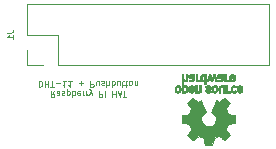
<source format=gbo>
%TF.GenerationSoftware,KiCad,Pcbnew,(5.1.7)-1*%
%TF.CreationDate,2021-01-13T16:49:11-03:00*%
%TF.ProjectId,Raspberry Pi Hat,52617370-6265-4727-9279-205069204861,-*%
%TF.SameCoordinates,Original*%
%TF.FileFunction,Legend,Bot*%
%TF.FilePolarity,Positive*%
%FSLAX46Y46*%
G04 Gerber Fmt 4.6, Leading zero omitted, Abs format (unit mm)*
G04 Created by KiCad (PCBNEW (5.1.7)-1) date 2021-01-13 16:49:11*
%MOMM*%
%LPD*%
G01*
G04 APERTURE LIST*
%ADD10C,0.100000*%
%ADD11C,0.010000*%
%ADD12C,0.120000*%
G04 APERTURE END LIST*
D10*
X106342857Y-80198809D02*
X106176190Y-80436904D01*
X106057142Y-80198809D02*
X106057142Y-80698809D01*
X106247619Y-80698809D01*
X106295238Y-80675000D01*
X106319047Y-80651190D01*
X106342857Y-80603571D01*
X106342857Y-80532142D01*
X106319047Y-80484523D01*
X106295238Y-80460714D01*
X106247619Y-80436904D01*
X106057142Y-80436904D01*
X106771428Y-80198809D02*
X106771428Y-80460714D01*
X106747619Y-80508333D01*
X106700000Y-80532142D01*
X106604761Y-80532142D01*
X106557142Y-80508333D01*
X106771428Y-80222619D02*
X106723809Y-80198809D01*
X106604761Y-80198809D01*
X106557142Y-80222619D01*
X106533333Y-80270238D01*
X106533333Y-80317857D01*
X106557142Y-80365476D01*
X106604761Y-80389285D01*
X106723809Y-80389285D01*
X106771428Y-80413095D01*
X106985714Y-80222619D02*
X107033333Y-80198809D01*
X107128571Y-80198809D01*
X107176190Y-80222619D01*
X107200000Y-80270238D01*
X107200000Y-80294047D01*
X107176190Y-80341666D01*
X107128571Y-80365476D01*
X107057142Y-80365476D01*
X107009523Y-80389285D01*
X106985714Y-80436904D01*
X106985714Y-80460714D01*
X107009523Y-80508333D01*
X107057142Y-80532142D01*
X107128571Y-80532142D01*
X107176190Y-80508333D01*
X107414285Y-80532142D02*
X107414285Y-80032142D01*
X107414285Y-80508333D02*
X107461904Y-80532142D01*
X107557142Y-80532142D01*
X107604761Y-80508333D01*
X107628571Y-80484523D01*
X107652380Y-80436904D01*
X107652380Y-80294047D01*
X107628571Y-80246428D01*
X107604761Y-80222619D01*
X107557142Y-80198809D01*
X107461904Y-80198809D01*
X107414285Y-80222619D01*
X107866666Y-80198809D02*
X107866666Y-80698809D01*
X107866666Y-80508333D02*
X107914285Y-80532142D01*
X108009523Y-80532142D01*
X108057142Y-80508333D01*
X108080952Y-80484523D01*
X108104761Y-80436904D01*
X108104761Y-80294047D01*
X108080952Y-80246428D01*
X108057142Y-80222619D01*
X108009523Y-80198809D01*
X107914285Y-80198809D01*
X107866666Y-80222619D01*
X108509523Y-80222619D02*
X108461904Y-80198809D01*
X108366666Y-80198809D01*
X108319047Y-80222619D01*
X108295238Y-80270238D01*
X108295238Y-80460714D01*
X108319047Y-80508333D01*
X108366666Y-80532142D01*
X108461904Y-80532142D01*
X108509523Y-80508333D01*
X108533333Y-80460714D01*
X108533333Y-80413095D01*
X108295238Y-80365476D01*
X108747619Y-80198809D02*
X108747619Y-80532142D01*
X108747619Y-80436904D02*
X108771428Y-80484523D01*
X108795238Y-80508333D01*
X108842857Y-80532142D01*
X108890476Y-80532142D01*
X109057142Y-80198809D02*
X109057142Y-80532142D01*
X109057142Y-80436904D02*
X109080952Y-80484523D01*
X109104761Y-80508333D01*
X109152380Y-80532142D01*
X109200000Y-80532142D01*
X109319047Y-80532142D02*
X109438095Y-80198809D01*
X109557142Y-80532142D02*
X109438095Y-80198809D01*
X109390476Y-80079761D01*
X109366666Y-80055952D01*
X109319047Y-80032142D01*
X110128571Y-80198809D02*
X110128571Y-80698809D01*
X110319047Y-80698809D01*
X110366666Y-80675000D01*
X110390476Y-80651190D01*
X110414285Y-80603571D01*
X110414285Y-80532142D01*
X110390476Y-80484523D01*
X110366666Y-80460714D01*
X110319047Y-80436904D01*
X110128571Y-80436904D01*
X110628571Y-80198809D02*
X110628571Y-80532142D01*
X110628571Y-80698809D02*
X110604761Y-80675000D01*
X110628571Y-80651190D01*
X110652380Y-80675000D01*
X110628571Y-80698809D01*
X110628571Y-80651190D01*
X111247619Y-80198809D02*
X111247619Y-80698809D01*
X111247619Y-80460714D02*
X111533333Y-80460714D01*
X111533333Y-80198809D02*
X111533333Y-80698809D01*
X111747619Y-80341666D02*
X111985714Y-80341666D01*
X111700000Y-80198809D02*
X111866666Y-80698809D01*
X112033333Y-80198809D01*
X112128571Y-80698809D02*
X112414285Y-80698809D01*
X112271428Y-80198809D02*
X112271428Y-80698809D01*
X105045238Y-79348809D02*
X105045238Y-79848809D01*
X105164285Y-79848809D01*
X105235714Y-79825000D01*
X105283333Y-79777380D01*
X105307142Y-79729761D01*
X105330952Y-79634523D01*
X105330952Y-79563095D01*
X105307142Y-79467857D01*
X105283333Y-79420238D01*
X105235714Y-79372619D01*
X105164285Y-79348809D01*
X105045238Y-79348809D01*
X105545238Y-79348809D02*
X105545238Y-79848809D01*
X105545238Y-79610714D02*
X105830952Y-79610714D01*
X105830952Y-79348809D02*
X105830952Y-79848809D01*
X105997619Y-79848809D02*
X106283333Y-79848809D01*
X106140476Y-79348809D02*
X106140476Y-79848809D01*
X106450000Y-79539285D02*
X106830952Y-79539285D01*
X107330952Y-79348809D02*
X107045238Y-79348809D01*
X107188095Y-79348809D02*
X107188095Y-79848809D01*
X107140476Y-79777380D01*
X107092857Y-79729761D01*
X107045238Y-79705952D01*
X107807142Y-79348809D02*
X107521428Y-79348809D01*
X107664285Y-79348809D02*
X107664285Y-79848809D01*
X107616666Y-79777380D01*
X107569047Y-79729761D01*
X107521428Y-79705952D01*
X108402380Y-79539285D02*
X108783333Y-79539285D01*
X108592857Y-79348809D02*
X108592857Y-79729761D01*
X109402380Y-79348809D02*
X109402380Y-79848809D01*
X109592857Y-79848809D01*
X109640476Y-79825000D01*
X109664285Y-79801190D01*
X109688095Y-79753571D01*
X109688095Y-79682142D01*
X109664285Y-79634523D01*
X109640476Y-79610714D01*
X109592857Y-79586904D01*
X109402380Y-79586904D01*
X110116666Y-79682142D02*
X110116666Y-79348809D01*
X109902380Y-79682142D02*
X109902380Y-79420238D01*
X109926190Y-79372619D01*
X109973809Y-79348809D01*
X110045238Y-79348809D01*
X110092857Y-79372619D01*
X110116666Y-79396428D01*
X110330952Y-79372619D02*
X110378571Y-79348809D01*
X110473809Y-79348809D01*
X110521428Y-79372619D01*
X110545238Y-79420238D01*
X110545238Y-79444047D01*
X110521428Y-79491666D01*
X110473809Y-79515476D01*
X110402380Y-79515476D01*
X110354761Y-79539285D01*
X110330952Y-79586904D01*
X110330952Y-79610714D01*
X110354761Y-79658333D01*
X110402380Y-79682142D01*
X110473809Y-79682142D01*
X110521428Y-79658333D01*
X110759523Y-79348809D02*
X110759523Y-79848809D01*
X110973809Y-79348809D02*
X110973809Y-79610714D01*
X110950000Y-79658333D01*
X110902380Y-79682142D01*
X110830952Y-79682142D01*
X110783333Y-79658333D01*
X110759523Y-79634523D01*
X111211904Y-79348809D02*
X111211904Y-79848809D01*
X111211904Y-79658333D02*
X111259523Y-79682142D01*
X111354761Y-79682142D01*
X111402380Y-79658333D01*
X111426190Y-79634523D01*
X111450000Y-79586904D01*
X111450000Y-79444047D01*
X111426190Y-79396428D01*
X111402380Y-79372619D01*
X111354761Y-79348809D01*
X111259523Y-79348809D01*
X111211904Y-79372619D01*
X111878571Y-79682142D02*
X111878571Y-79348809D01*
X111664285Y-79682142D02*
X111664285Y-79420238D01*
X111688095Y-79372619D01*
X111735714Y-79348809D01*
X111807142Y-79348809D01*
X111854761Y-79372619D01*
X111878571Y-79396428D01*
X112045238Y-79682142D02*
X112235714Y-79682142D01*
X112116666Y-79848809D02*
X112116666Y-79420238D01*
X112140476Y-79372619D01*
X112188095Y-79348809D01*
X112235714Y-79348809D01*
X112330952Y-79682142D02*
X112521428Y-79682142D01*
X112402380Y-79848809D02*
X112402380Y-79420238D01*
X112426190Y-79372619D01*
X112473809Y-79348809D01*
X112521428Y-79348809D01*
X112759523Y-79348809D02*
X112711904Y-79372619D01*
X112688095Y-79396428D01*
X112664285Y-79444047D01*
X112664285Y-79586904D01*
X112688095Y-79634523D01*
X112711904Y-79658333D01*
X112759523Y-79682142D01*
X112830952Y-79682142D01*
X112878571Y-79658333D01*
X112902380Y-79634523D01*
X112926190Y-79586904D01*
X112926190Y-79444047D01*
X112902380Y-79396428D01*
X112878571Y-79372619D01*
X112830952Y-79348809D01*
X112759523Y-79348809D01*
X113140476Y-79682142D02*
X113140476Y-79348809D01*
X113140476Y-79634523D02*
X113164285Y-79658333D01*
X113211904Y-79682142D01*
X113283333Y-79682142D01*
X113330952Y-79658333D01*
X113354761Y-79610714D01*
X113354761Y-79348809D01*
D11*
%TO.C,REF\u002A\u002A*%
G36*
X117491241Y-80330816D02*
G01*
X117517753Y-80317718D01*
X117550447Y-80294894D01*
X117574275Y-80270004D01*
X117590594Y-80238751D01*
X117600760Y-80196834D01*
X117606128Y-80139956D01*
X117608056Y-80063816D01*
X117608169Y-80031083D01*
X117607839Y-79959344D01*
X117606473Y-79908073D01*
X117603500Y-79872596D01*
X117598351Y-79848237D01*
X117590457Y-79830320D01*
X117582243Y-79818098D01*
X117529813Y-79766095D01*
X117468070Y-79734816D01*
X117401464Y-79725408D01*
X117334442Y-79739020D01*
X117313208Y-79748646D01*
X117262376Y-79775141D01*
X117262376Y-79359948D01*
X117299475Y-79379132D01*
X117348357Y-79393975D01*
X117408439Y-79397778D01*
X117468436Y-79390757D01*
X117513744Y-79374987D01*
X117551325Y-79344953D01*
X117583436Y-79301976D01*
X117585850Y-79297564D01*
X117596033Y-79276779D01*
X117603470Y-79255830D01*
X117608589Y-79230452D01*
X117611819Y-79196382D01*
X117613587Y-79149359D01*
X117614323Y-79085118D01*
X117614456Y-79012824D01*
X117614456Y-78782178D01*
X117476139Y-78782178D01*
X117476139Y-79207467D01*
X117437451Y-79240021D01*
X117397262Y-79266060D01*
X117359203Y-79270795D01*
X117320934Y-79258611D01*
X117300538Y-79246680D01*
X117285358Y-79229687D01*
X117274562Y-79204005D01*
X117267317Y-79166009D01*
X117262792Y-79112074D01*
X117260156Y-79038575D01*
X117259228Y-78989653D01*
X117256089Y-78788465D01*
X117190074Y-78784664D01*
X117124060Y-78780864D01*
X117124060Y-80029350D01*
X117262376Y-80029350D01*
X117265903Y-79959746D01*
X117277785Y-79911431D01*
X117299980Y-79881369D01*
X117334441Y-79866529D01*
X117369258Y-79863564D01*
X117408671Y-79866972D01*
X117434829Y-79880383D01*
X117451186Y-79898104D01*
X117464063Y-79917165D01*
X117471728Y-79938399D01*
X117475139Y-79968151D01*
X117475251Y-80012764D01*
X117474103Y-80050120D01*
X117471468Y-80106396D01*
X117467544Y-80143342D01*
X117460937Y-80166777D01*
X117450251Y-80182520D01*
X117440167Y-80191620D01*
X117398030Y-80211463D01*
X117348160Y-80214668D01*
X117319524Y-80207832D01*
X117291172Y-80183536D01*
X117272391Y-80136272D01*
X117263288Y-80066376D01*
X117262376Y-80029350D01*
X117124060Y-80029350D01*
X117124060Y-80341386D01*
X117193218Y-80341386D01*
X117234740Y-80339744D01*
X117256162Y-80333913D01*
X117262374Y-80322539D01*
X117262376Y-80322202D01*
X117265258Y-80311062D01*
X117277970Y-80312327D01*
X117303243Y-80324567D01*
X117362131Y-80343293D01*
X117428385Y-80345261D01*
X117491241Y-80330816D01*
G37*
X117491241Y-80330816D02*
X117517753Y-80317718D01*
X117550447Y-80294894D01*
X117574275Y-80270004D01*
X117590594Y-80238751D01*
X117600760Y-80196834D01*
X117606128Y-80139956D01*
X117608056Y-80063816D01*
X117608169Y-80031083D01*
X117607839Y-79959344D01*
X117606473Y-79908073D01*
X117603500Y-79872596D01*
X117598351Y-79848237D01*
X117590457Y-79830320D01*
X117582243Y-79818098D01*
X117529813Y-79766095D01*
X117468070Y-79734816D01*
X117401464Y-79725408D01*
X117334442Y-79739020D01*
X117313208Y-79748646D01*
X117262376Y-79775141D01*
X117262376Y-79359948D01*
X117299475Y-79379132D01*
X117348357Y-79393975D01*
X117408439Y-79397778D01*
X117468436Y-79390757D01*
X117513744Y-79374987D01*
X117551325Y-79344953D01*
X117583436Y-79301976D01*
X117585850Y-79297564D01*
X117596033Y-79276779D01*
X117603470Y-79255830D01*
X117608589Y-79230452D01*
X117611819Y-79196382D01*
X117613587Y-79149359D01*
X117614323Y-79085118D01*
X117614456Y-79012824D01*
X117614456Y-78782178D01*
X117476139Y-78782178D01*
X117476139Y-79207467D01*
X117437451Y-79240021D01*
X117397262Y-79266060D01*
X117359203Y-79270795D01*
X117320934Y-79258611D01*
X117300538Y-79246680D01*
X117285358Y-79229687D01*
X117274562Y-79204005D01*
X117267317Y-79166009D01*
X117262792Y-79112074D01*
X117260156Y-79038575D01*
X117259228Y-78989653D01*
X117256089Y-78788465D01*
X117190074Y-78784664D01*
X117124060Y-78780864D01*
X117124060Y-80029350D01*
X117262376Y-80029350D01*
X117265903Y-79959746D01*
X117277785Y-79911431D01*
X117299980Y-79881369D01*
X117334441Y-79866529D01*
X117369258Y-79863564D01*
X117408671Y-79866972D01*
X117434829Y-79880383D01*
X117451186Y-79898104D01*
X117464063Y-79917165D01*
X117471728Y-79938399D01*
X117475139Y-79968151D01*
X117475251Y-80012764D01*
X117474103Y-80050120D01*
X117471468Y-80106396D01*
X117467544Y-80143342D01*
X117460937Y-80166777D01*
X117450251Y-80182520D01*
X117440167Y-80191620D01*
X117398030Y-80211463D01*
X117348160Y-80214668D01*
X117319524Y-80207832D01*
X117291172Y-80183536D01*
X117272391Y-80136272D01*
X117263288Y-80066376D01*
X117262376Y-80029350D01*
X117124060Y-80029350D01*
X117124060Y-80341386D01*
X117193218Y-80341386D01*
X117234740Y-80339744D01*
X117256162Y-80333913D01*
X117262374Y-80322539D01*
X117262376Y-80322202D01*
X117265258Y-80311062D01*
X117277970Y-80312327D01*
X117303243Y-80324567D01*
X117362131Y-80343293D01*
X117428385Y-80345261D01*
X117491241Y-80330816D01*
G36*
X118015790Y-79393445D02*
G01*
X118074945Y-79377661D01*
X118119977Y-79349052D01*
X118151754Y-79311581D01*
X118161634Y-79295589D01*
X118168927Y-79278837D01*
X118174026Y-79257408D01*
X118177321Y-79227384D01*
X118179203Y-79184846D01*
X118180063Y-79125878D01*
X118180293Y-79046560D01*
X118180297Y-79025516D01*
X118180297Y-78782178D01*
X118119941Y-78782178D01*
X118081443Y-78784874D01*
X118052977Y-78791705D01*
X118045845Y-78795917D01*
X118026348Y-78803187D01*
X118006434Y-78795917D01*
X117973647Y-78786840D01*
X117926022Y-78783187D01*
X117873236Y-78784772D01*
X117824964Y-78791411D01*
X117796782Y-78799928D01*
X117742247Y-78834937D01*
X117708165Y-78883521D01*
X117692843Y-78948118D01*
X117692701Y-78949777D01*
X117694045Y-78978434D01*
X117815644Y-78978434D01*
X117826274Y-78945839D01*
X117843590Y-78927495D01*
X117878348Y-78913621D01*
X117924227Y-78908083D01*
X117971012Y-78910809D01*
X118008486Y-78921726D01*
X118018985Y-78928731D01*
X118037332Y-78961096D01*
X118041980Y-78997889D01*
X118041980Y-79046237D01*
X117972418Y-79046237D01*
X117906333Y-79041150D01*
X117856236Y-79026737D01*
X117825071Y-79004271D01*
X117815644Y-78978434D01*
X117694045Y-78978434D01*
X117696013Y-79020353D01*
X117719290Y-79076155D01*
X117763052Y-79118353D01*
X117769101Y-79122192D01*
X117795093Y-79134691D01*
X117827265Y-79142260D01*
X117872240Y-79145939D01*
X117925669Y-79146784D01*
X118041980Y-79146831D01*
X118041980Y-79195589D01*
X118037047Y-79233419D01*
X118024457Y-79258764D01*
X118022983Y-79260113D01*
X117994966Y-79271200D01*
X117952674Y-79275497D01*
X117905936Y-79273385D01*
X117864582Y-79265244D01*
X117840043Y-79253035D01*
X117826747Y-79243254D01*
X117812706Y-79241387D01*
X117793329Y-79249400D01*
X117764024Y-79269261D01*
X117720197Y-79302937D01*
X117716175Y-79306091D01*
X117718236Y-79317764D01*
X117735432Y-79337178D01*
X117761567Y-79358752D01*
X117790448Y-79376904D01*
X117799522Y-79381191D01*
X117832620Y-79389744D01*
X117881120Y-79395845D01*
X117935305Y-79398292D01*
X117937839Y-79398297D01*
X118015790Y-79393445D01*
G37*
X118015790Y-79393445D02*
X118074945Y-79377661D01*
X118119977Y-79349052D01*
X118151754Y-79311581D01*
X118161634Y-79295589D01*
X118168927Y-79278837D01*
X118174026Y-79257408D01*
X118177321Y-79227384D01*
X118179203Y-79184846D01*
X118180063Y-79125878D01*
X118180293Y-79046560D01*
X118180297Y-79025516D01*
X118180297Y-78782178D01*
X118119941Y-78782178D01*
X118081443Y-78784874D01*
X118052977Y-78791705D01*
X118045845Y-78795917D01*
X118026348Y-78803187D01*
X118006434Y-78795917D01*
X117973647Y-78786840D01*
X117926022Y-78783187D01*
X117873236Y-78784772D01*
X117824964Y-78791411D01*
X117796782Y-78799928D01*
X117742247Y-78834937D01*
X117708165Y-78883521D01*
X117692843Y-78948118D01*
X117692701Y-78949777D01*
X117694045Y-78978434D01*
X117815644Y-78978434D01*
X117826274Y-78945839D01*
X117843590Y-78927495D01*
X117878348Y-78913621D01*
X117924227Y-78908083D01*
X117971012Y-78910809D01*
X118008486Y-78921726D01*
X118018985Y-78928731D01*
X118037332Y-78961096D01*
X118041980Y-78997889D01*
X118041980Y-79046237D01*
X117972418Y-79046237D01*
X117906333Y-79041150D01*
X117856236Y-79026737D01*
X117825071Y-79004271D01*
X117815644Y-78978434D01*
X117694045Y-78978434D01*
X117696013Y-79020353D01*
X117719290Y-79076155D01*
X117763052Y-79118353D01*
X117769101Y-79122192D01*
X117795093Y-79134691D01*
X117827265Y-79142260D01*
X117872240Y-79145939D01*
X117925669Y-79146784D01*
X118041980Y-79146831D01*
X118041980Y-79195589D01*
X118037047Y-79233419D01*
X118024457Y-79258764D01*
X118022983Y-79260113D01*
X117994966Y-79271200D01*
X117952674Y-79275497D01*
X117905936Y-79273385D01*
X117864582Y-79265244D01*
X117840043Y-79253035D01*
X117826747Y-79243254D01*
X117812706Y-79241387D01*
X117793329Y-79249400D01*
X117764024Y-79269261D01*
X117720197Y-79302937D01*
X117716175Y-79306091D01*
X117718236Y-79317764D01*
X117735432Y-79337178D01*
X117761567Y-79358752D01*
X117790448Y-79376904D01*
X117799522Y-79381191D01*
X117832620Y-79389744D01*
X117881120Y-79395845D01*
X117935305Y-79398292D01*
X117937839Y-79398297D01*
X118015790Y-79393445D01*
G36*
X118406644Y-79396980D02*
G01*
X118425461Y-79391340D01*
X118431527Y-79378947D01*
X118431782Y-79373353D01*
X118432871Y-79357770D01*
X118440368Y-79355324D01*
X118460619Y-79366007D01*
X118472649Y-79373306D01*
X118510600Y-79388937D01*
X118555928Y-79396666D01*
X118603456Y-79397260D01*
X118648005Y-79391487D01*
X118684398Y-79380116D01*
X118707457Y-79363912D01*
X118712004Y-79343645D01*
X118709709Y-79338157D01*
X118692980Y-79315374D01*
X118667037Y-79287353D01*
X118662345Y-79282823D01*
X118637617Y-79261995D01*
X118616282Y-79255265D01*
X118586445Y-79259962D01*
X118574492Y-79263083D01*
X118537295Y-79270579D01*
X118511141Y-79267208D01*
X118489054Y-79255319D01*
X118468822Y-79239365D01*
X118453921Y-79219300D01*
X118443566Y-79191298D01*
X118436971Y-79151533D01*
X118433351Y-79096177D01*
X118431922Y-79021406D01*
X118431782Y-78976260D01*
X118431782Y-78782178D01*
X118306040Y-78782178D01*
X118306040Y-79398317D01*
X118368911Y-79398317D01*
X118406644Y-79396980D01*
G37*
X118406644Y-79396980D02*
X118425461Y-79391340D01*
X118431527Y-79378947D01*
X118431782Y-79373353D01*
X118432871Y-79357770D01*
X118440368Y-79355324D01*
X118460619Y-79366007D01*
X118472649Y-79373306D01*
X118510600Y-79388937D01*
X118555928Y-79396666D01*
X118603456Y-79397260D01*
X118648005Y-79391487D01*
X118684398Y-79380116D01*
X118707457Y-79363912D01*
X118712004Y-79343645D01*
X118709709Y-79338157D01*
X118692980Y-79315374D01*
X118667037Y-79287353D01*
X118662345Y-79282823D01*
X118637617Y-79261995D01*
X118616282Y-79255265D01*
X118586445Y-79259962D01*
X118574492Y-79263083D01*
X118537295Y-79270579D01*
X118511141Y-79267208D01*
X118489054Y-79255319D01*
X118468822Y-79239365D01*
X118453921Y-79219300D01*
X118443566Y-79191298D01*
X118436971Y-79151533D01*
X118433351Y-79096177D01*
X118431922Y-79021406D01*
X118431782Y-78976260D01*
X118431782Y-78782178D01*
X118306040Y-78782178D01*
X118306040Y-79398317D01*
X118368911Y-79398317D01*
X118406644Y-79396980D01*
G36*
X119198812Y-78782178D02*
G01*
X119129654Y-78782178D01*
X119089512Y-78783355D01*
X119068606Y-78788228D01*
X119061078Y-78798814D01*
X119060495Y-78805971D01*
X119059226Y-78820324D01*
X119051221Y-78823077D01*
X119030185Y-78814229D01*
X119013827Y-78805971D01*
X118951023Y-78786403D01*
X118882752Y-78785271D01*
X118827248Y-78799865D01*
X118775562Y-78835123D01*
X118736162Y-78887165D01*
X118714587Y-78948550D01*
X118714038Y-78951982D01*
X118710833Y-78989429D01*
X118709239Y-79043187D01*
X118709367Y-79083845D01*
X118846721Y-79083845D01*
X118849903Y-79029806D01*
X118857141Y-78985265D01*
X118866940Y-78960112D01*
X118904011Y-78925740D01*
X118948026Y-78913418D01*
X118993416Y-78923382D01*
X119032203Y-78953105D01*
X119046892Y-78973095D01*
X119055481Y-78996950D01*
X119059504Y-79031770D01*
X119060495Y-79084070D01*
X119058722Y-79135861D01*
X119054037Y-79181366D01*
X119047397Y-79211819D01*
X119046290Y-79214548D01*
X119019509Y-79247000D01*
X118980421Y-79264817D01*
X118936685Y-79267694D01*
X118895962Y-79255326D01*
X118865913Y-79227407D01*
X118862796Y-79221852D01*
X118853039Y-79187978D01*
X118847723Y-79139272D01*
X118846721Y-79083845D01*
X118709367Y-79083845D01*
X118709432Y-79104460D01*
X118710336Y-79137437D01*
X118716486Y-79219019D01*
X118729267Y-79280270D01*
X118750529Y-79325551D01*
X118782122Y-79359221D01*
X118812793Y-79378986D01*
X118855646Y-79392880D01*
X118908944Y-79397646D01*
X118963520Y-79393764D01*
X119010208Y-79381718D01*
X119034876Y-79367307D01*
X119060495Y-79344122D01*
X119060495Y-79637227D01*
X119198812Y-79637227D01*
X119198812Y-78782178D01*
G37*
X119198812Y-78782178D02*
X119129654Y-78782178D01*
X119089512Y-78783355D01*
X119068606Y-78788228D01*
X119061078Y-78798814D01*
X119060495Y-78805971D01*
X119059226Y-78820324D01*
X119051221Y-78823077D01*
X119030185Y-78814229D01*
X119013827Y-78805971D01*
X118951023Y-78786403D01*
X118882752Y-78785271D01*
X118827248Y-78799865D01*
X118775562Y-78835123D01*
X118736162Y-78887165D01*
X118714587Y-78948550D01*
X118714038Y-78951982D01*
X118710833Y-78989429D01*
X118709239Y-79043187D01*
X118709367Y-79083845D01*
X118846721Y-79083845D01*
X118849903Y-79029806D01*
X118857141Y-78985265D01*
X118866940Y-78960112D01*
X118904011Y-78925740D01*
X118948026Y-78913418D01*
X118993416Y-78923382D01*
X119032203Y-78953105D01*
X119046892Y-78973095D01*
X119055481Y-78996950D01*
X119059504Y-79031770D01*
X119060495Y-79084070D01*
X119058722Y-79135861D01*
X119054037Y-79181366D01*
X119047397Y-79211819D01*
X119046290Y-79214548D01*
X119019509Y-79247000D01*
X118980421Y-79264817D01*
X118936685Y-79267694D01*
X118895962Y-79255326D01*
X118865913Y-79227407D01*
X118862796Y-79221852D01*
X118853039Y-79187978D01*
X118847723Y-79139272D01*
X118846721Y-79083845D01*
X118709367Y-79083845D01*
X118709432Y-79104460D01*
X118710336Y-79137437D01*
X118716486Y-79219019D01*
X118729267Y-79280270D01*
X118750529Y-79325551D01*
X118782122Y-79359221D01*
X118812793Y-79378986D01*
X118855646Y-79392880D01*
X118908944Y-79397646D01*
X118963520Y-79393764D01*
X119010208Y-79381718D01*
X119034876Y-79367307D01*
X119060495Y-79344122D01*
X119060495Y-79637227D01*
X119198812Y-79637227D01*
X119198812Y-78782178D01*
G36*
X119681524Y-79395763D02*
G01*
X119731255Y-79392029D01*
X119861291Y-79002227D01*
X119881678Y-79071386D01*
X119893946Y-79114126D01*
X119910085Y-79171885D01*
X119927512Y-79235375D01*
X119936726Y-79269430D01*
X119971388Y-79398317D01*
X120114391Y-79398317D01*
X120071646Y-79263143D01*
X120050596Y-79196658D01*
X120025167Y-79116461D01*
X119998610Y-79032807D01*
X119974902Y-78958218D01*
X119920902Y-78788465D01*
X119862598Y-78784672D01*
X119804295Y-78780878D01*
X119772679Y-78885266D01*
X119753182Y-78950111D01*
X119731904Y-79021600D01*
X119713308Y-79084737D01*
X119712574Y-79087250D01*
X119698684Y-79130031D01*
X119686429Y-79159221D01*
X119677846Y-79170259D01*
X119676082Y-79168982D01*
X119669891Y-79151870D01*
X119658128Y-79115213D01*
X119642225Y-79063622D01*
X119623614Y-79001706D01*
X119613543Y-78967648D01*
X119559007Y-78782178D01*
X119443264Y-78782178D01*
X119350737Y-79074529D01*
X119324744Y-79156538D01*
X119301066Y-79231013D01*
X119280820Y-79294456D01*
X119265126Y-79343368D01*
X119255102Y-79374251D01*
X119252055Y-79383274D01*
X119254467Y-79392513D01*
X119273408Y-79396559D01*
X119312823Y-79396154D01*
X119318993Y-79395848D01*
X119392086Y-79392029D01*
X119439957Y-79215990D01*
X119457553Y-79151789D01*
X119473277Y-79095351D01*
X119485746Y-79051578D01*
X119493574Y-79025370D01*
X119495020Y-79021097D01*
X119501014Y-79026010D01*
X119513101Y-79051468D01*
X119529893Y-79094003D01*
X119550003Y-79150150D01*
X119567003Y-79200870D01*
X119631794Y-79399496D01*
X119681524Y-79395763D01*
G37*
X119681524Y-79395763D02*
X119731255Y-79392029D01*
X119861291Y-79002227D01*
X119881678Y-79071386D01*
X119893946Y-79114126D01*
X119910085Y-79171885D01*
X119927512Y-79235375D01*
X119936726Y-79269430D01*
X119971388Y-79398317D01*
X120114391Y-79398317D01*
X120071646Y-79263143D01*
X120050596Y-79196658D01*
X120025167Y-79116461D01*
X119998610Y-79032807D01*
X119974902Y-78958218D01*
X119920902Y-78788465D01*
X119862598Y-78784672D01*
X119804295Y-78780878D01*
X119772679Y-78885266D01*
X119753182Y-78950111D01*
X119731904Y-79021600D01*
X119713308Y-79084737D01*
X119712574Y-79087250D01*
X119698684Y-79130031D01*
X119686429Y-79159221D01*
X119677846Y-79170259D01*
X119676082Y-79168982D01*
X119669891Y-79151870D01*
X119658128Y-79115213D01*
X119642225Y-79063622D01*
X119623614Y-79001706D01*
X119613543Y-78967648D01*
X119559007Y-78782178D01*
X119443264Y-78782178D01*
X119350737Y-79074529D01*
X119324744Y-79156538D01*
X119301066Y-79231013D01*
X119280820Y-79294456D01*
X119265126Y-79343368D01*
X119255102Y-79374251D01*
X119252055Y-79383274D01*
X119254467Y-79392513D01*
X119273408Y-79396559D01*
X119312823Y-79396154D01*
X119318993Y-79395848D01*
X119392086Y-79392029D01*
X119439957Y-79215990D01*
X119457553Y-79151789D01*
X119473277Y-79095351D01*
X119485746Y-79051578D01*
X119493574Y-79025370D01*
X119495020Y-79021097D01*
X119501014Y-79026010D01*
X119513101Y-79051468D01*
X119529893Y-79094003D01*
X119550003Y-79150150D01*
X119567003Y-79200870D01*
X119631794Y-79399496D01*
X119681524Y-79395763D01*
G36*
X120438411Y-79394583D02*
G01*
X120491411Y-79381710D01*
X120506731Y-79374890D01*
X120536428Y-79357026D01*
X120559220Y-79336907D01*
X120576083Y-79311038D01*
X120587998Y-79275927D01*
X120595942Y-79228080D01*
X120600894Y-79164004D01*
X120603831Y-79080206D01*
X120604947Y-79024232D01*
X120609052Y-78782178D01*
X120538932Y-78782178D01*
X120496393Y-78783962D01*
X120474476Y-78790058D01*
X120468812Y-78800294D01*
X120465821Y-78811363D01*
X120452451Y-78809246D01*
X120434233Y-78800371D01*
X120388624Y-78786767D01*
X120330007Y-78783101D01*
X120268354Y-78789097D01*
X120213638Y-78804479D01*
X120208730Y-78806614D01*
X120158723Y-78841745D01*
X120125756Y-78890581D01*
X120110587Y-78947667D01*
X120111746Y-78968176D01*
X120235508Y-78968176D01*
X120246413Y-78940575D01*
X120278745Y-78920796D01*
X120330910Y-78910181D01*
X120358787Y-78908772D01*
X120405247Y-78912380D01*
X120436129Y-78926403D01*
X120443664Y-78933069D01*
X120464076Y-78969334D01*
X120468812Y-79002227D01*
X120468812Y-79046237D01*
X120407513Y-79046237D01*
X120336256Y-79042605D01*
X120286276Y-79031182D01*
X120254696Y-79011176D01*
X120247626Y-79002257D01*
X120235508Y-78968176D01*
X120111746Y-78968176D01*
X120113971Y-79007544D01*
X120136663Y-79064756D01*
X120167624Y-79103420D01*
X120186376Y-79120136D01*
X120204733Y-79131122D01*
X120228619Y-79137820D01*
X120263957Y-79141674D01*
X120316669Y-79144127D01*
X120337577Y-79144832D01*
X120468812Y-79149121D01*
X120468620Y-79188842D01*
X120463537Y-79230595D01*
X120445162Y-79255842D01*
X120408039Y-79271970D01*
X120407043Y-79272258D01*
X120354410Y-79278600D01*
X120302906Y-79270316D01*
X120264630Y-79250173D01*
X120249272Y-79240227D01*
X120232730Y-79241603D01*
X120207275Y-79256013D01*
X120192328Y-79266183D01*
X120163091Y-79287912D01*
X120144980Y-79304200D01*
X120142074Y-79308863D01*
X120154040Y-79332995D01*
X120189396Y-79361815D01*
X120204753Y-79371539D01*
X120248901Y-79388286D01*
X120308398Y-79397773D01*
X120374487Y-79399905D01*
X120438411Y-79394583D01*
G37*
X120438411Y-79394583D02*
X120491411Y-79381710D01*
X120506731Y-79374890D01*
X120536428Y-79357026D01*
X120559220Y-79336907D01*
X120576083Y-79311038D01*
X120587998Y-79275927D01*
X120595942Y-79228080D01*
X120600894Y-79164004D01*
X120603831Y-79080206D01*
X120604947Y-79024232D01*
X120609052Y-78782178D01*
X120538932Y-78782178D01*
X120496393Y-78783962D01*
X120474476Y-78790058D01*
X120468812Y-78800294D01*
X120465821Y-78811363D01*
X120452451Y-78809246D01*
X120434233Y-78800371D01*
X120388624Y-78786767D01*
X120330007Y-78783101D01*
X120268354Y-78789097D01*
X120213638Y-78804479D01*
X120208730Y-78806614D01*
X120158723Y-78841745D01*
X120125756Y-78890581D01*
X120110587Y-78947667D01*
X120111746Y-78968176D01*
X120235508Y-78968176D01*
X120246413Y-78940575D01*
X120278745Y-78920796D01*
X120330910Y-78910181D01*
X120358787Y-78908772D01*
X120405247Y-78912380D01*
X120436129Y-78926403D01*
X120443664Y-78933069D01*
X120464076Y-78969334D01*
X120468812Y-79002227D01*
X120468812Y-79046237D01*
X120407513Y-79046237D01*
X120336256Y-79042605D01*
X120286276Y-79031182D01*
X120254696Y-79011176D01*
X120247626Y-79002257D01*
X120235508Y-78968176D01*
X120111746Y-78968176D01*
X120113971Y-79007544D01*
X120136663Y-79064756D01*
X120167624Y-79103420D01*
X120186376Y-79120136D01*
X120204733Y-79131122D01*
X120228619Y-79137820D01*
X120263957Y-79141674D01*
X120316669Y-79144127D01*
X120337577Y-79144832D01*
X120468812Y-79149121D01*
X120468620Y-79188842D01*
X120463537Y-79230595D01*
X120445162Y-79255842D01*
X120408039Y-79271970D01*
X120407043Y-79272258D01*
X120354410Y-79278600D01*
X120302906Y-79270316D01*
X120264630Y-79250173D01*
X120249272Y-79240227D01*
X120232730Y-79241603D01*
X120207275Y-79256013D01*
X120192328Y-79266183D01*
X120163091Y-79287912D01*
X120144980Y-79304200D01*
X120142074Y-79308863D01*
X120154040Y-79332995D01*
X120189396Y-79361815D01*
X120204753Y-79371539D01*
X120248901Y-79388286D01*
X120308398Y-79397773D01*
X120374487Y-79399905D01*
X120438411Y-79394583D01*
G36*
X121035255Y-79398514D02*
G01*
X121083595Y-79388985D01*
X121111114Y-79374875D01*
X121140064Y-79351432D01*
X121098876Y-79299429D01*
X121073482Y-79267936D01*
X121056238Y-79252572D01*
X121039102Y-79250224D01*
X121014027Y-79257783D01*
X121002257Y-79262059D01*
X120954270Y-79268369D01*
X120910324Y-79254844D01*
X120878060Y-79224290D01*
X120872819Y-79214548D01*
X120867112Y-79188742D01*
X120862706Y-79141183D01*
X120859811Y-79075242D01*
X120858631Y-78994290D01*
X120858614Y-78982774D01*
X120858614Y-78782178D01*
X120720297Y-78782178D01*
X120720297Y-79398317D01*
X120789456Y-79398317D01*
X120829333Y-79397275D01*
X120850107Y-79392642D01*
X120857789Y-79382151D01*
X120858614Y-79372255D01*
X120858614Y-79346194D01*
X120891745Y-79372255D01*
X120929735Y-79390035D01*
X120980770Y-79398826D01*
X121035255Y-79398514D01*
G37*
X121035255Y-79398514D02*
X121083595Y-79388985D01*
X121111114Y-79374875D01*
X121140064Y-79351432D01*
X121098876Y-79299429D01*
X121073482Y-79267936D01*
X121056238Y-79252572D01*
X121039102Y-79250224D01*
X121014027Y-79257783D01*
X121002257Y-79262059D01*
X120954270Y-79268369D01*
X120910324Y-79254844D01*
X120878060Y-79224290D01*
X120872819Y-79214548D01*
X120867112Y-79188742D01*
X120862706Y-79141183D01*
X120859811Y-79075242D01*
X120858631Y-78994290D01*
X120858614Y-78982774D01*
X120858614Y-78782178D01*
X120720297Y-78782178D01*
X120720297Y-79398317D01*
X120789456Y-79398317D01*
X120829333Y-79397275D01*
X120850107Y-79392642D01*
X120857789Y-79382151D01*
X120858614Y-79372255D01*
X120858614Y-79346194D01*
X120891745Y-79372255D01*
X120929735Y-79390035D01*
X120980770Y-79398826D01*
X121035255Y-79398514D01*
G36*
X121432581Y-79395030D02*
G01*
X121492685Y-79379403D01*
X121543021Y-79347152D01*
X121567393Y-79323060D01*
X121607345Y-79266105D01*
X121630242Y-79200035D01*
X121638108Y-79118818D01*
X121638148Y-79112252D01*
X121638218Y-79046237D01*
X121258264Y-79046237D01*
X121266363Y-79011658D01*
X121280987Y-78980341D01*
X121306581Y-78947709D01*
X121311935Y-78942500D01*
X121357943Y-78914306D01*
X121410410Y-78909525D01*
X121470803Y-78928074D01*
X121481040Y-78933069D01*
X121512439Y-78948255D01*
X121533470Y-78956906D01*
X121537139Y-78957707D01*
X121549948Y-78949937D01*
X121574378Y-78930928D01*
X121586779Y-78920540D01*
X121612476Y-78896679D01*
X121620915Y-78880923D01*
X121615058Y-78866429D01*
X121611928Y-78862466D01*
X121590725Y-78845121D01*
X121555738Y-78824041D01*
X121531337Y-78811735D01*
X121462072Y-78790054D01*
X121385388Y-78783029D01*
X121312765Y-78791353D01*
X121292426Y-78797314D01*
X121229476Y-78831048D01*
X121182815Y-78882955D01*
X121152173Y-78953541D01*
X121137282Y-79043308D01*
X121135647Y-79090247D01*
X121140421Y-79158587D01*
X121260990Y-79158587D01*
X121272652Y-79153535D01*
X121303998Y-79149571D01*
X121349571Y-79147232D01*
X121380446Y-79146831D01*
X121435981Y-79147217D01*
X121471033Y-79149025D01*
X121490262Y-79153227D01*
X121498330Y-79160797D01*
X121499901Y-79171782D01*
X121489121Y-79205619D01*
X121461980Y-79239060D01*
X121426277Y-79264728D01*
X121390560Y-79275228D01*
X121342048Y-79265914D01*
X121300053Y-79238987D01*
X121270936Y-79200173D01*
X121260990Y-79158587D01*
X121140421Y-79158587D01*
X121142599Y-79189764D01*
X121164055Y-79269051D01*
X121200470Y-79328737D01*
X121252297Y-79369451D01*
X121319990Y-79391821D01*
X121356662Y-79396129D01*
X121432581Y-79395030D01*
G37*
X121432581Y-79395030D02*
X121492685Y-79379403D01*
X121543021Y-79347152D01*
X121567393Y-79323060D01*
X121607345Y-79266105D01*
X121630242Y-79200035D01*
X121638108Y-79118818D01*
X121638148Y-79112252D01*
X121638218Y-79046237D01*
X121258264Y-79046237D01*
X121266363Y-79011658D01*
X121280987Y-78980341D01*
X121306581Y-78947709D01*
X121311935Y-78942500D01*
X121357943Y-78914306D01*
X121410410Y-78909525D01*
X121470803Y-78928074D01*
X121481040Y-78933069D01*
X121512439Y-78948255D01*
X121533470Y-78956906D01*
X121537139Y-78957707D01*
X121549948Y-78949937D01*
X121574378Y-78930928D01*
X121586779Y-78920540D01*
X121612476Y-78896679D01*
X121620915Y-78880923D01*
X121615058Y-78866429D01*
X121611928Y-78862466D01*
X121590725Y-78845121D01*
X121555738Y-78824041D01*
X121531337Y-78811735D01*
X121462072Y-78790054D01*
X121385388Y-78783029D01*
X121312765Y-78791353D01*
X121292426Y-78797314D01*
X121229476Y-78831048D01*
X121182815Y-78882955D01*
X121152173Y-78953541D01*
X121137282Y-79043308D01*
X121135647Y-79090247D01*
X121140421Y-79158587D01*
X121260990Y-79158587D01*
X121272652Y-79153535D01*
X121303998Y-79149571D01*
X121349571Y-79147232D01*
X121380446Y-79146831D01*
X121435981Y-79147217D01*
X121471033Y-79149025D01*
X121490262Y-79153227D01*
X121498330Y-79160797D01*
X121499901Y-79171782D01*
X121489121Y-79205619D01*
X121461980Y-79239060D01*
X121426277Y-79264728D01*
X121390560Y-79275228D01*
X121342048Y-79265914D01*
X121300053Y-79238987D01*
X121270936Y-79200173D01*
X121260990Y-79158587D01*
X121140421Y-79158587D01*
X121142599Y-79189764D01*
X121164055Y-79269051D01*
X121200470Y-79328737D01*
X121252297Y-79369451D01*
X121319990Y-79391821D01*
X121356662Y-79396129D01*
X121432581Y-79395030D01*
G36*
X116861739Y-80334852D02*
G01*
X116927521Y-80305769D01*
X116977460Y-80257207D01*
X117011626Y-80189092D01*
X117030093Y-80101349D01*
X117031417Y-80087649D01*
X117032454Y-79991061D01*
X117019007Y-79906398D01*
X116991892Y-79837779D01*
X116977373Y-79815706D01*
X116926799Y-79768989D01*
X116862391Y-79738732D01*
X116790334Y-79726176D01*
X116716815Y-79732561D01*
X116660928Y-79752228D01*
X116612868Y-79785371D01*
X116573588Y-79828825D01*
X116572908Y-79829842D01*
X116556956Y-79856662D01*
X116546590Y-79883632D01*
X116540312Y-79917668D01*
X116536627Y-79965690D01*
X116535003Y-80005069D01*
X116534328Y-80040781D01*
X116660045Y-80040781D01*
X116661274Y-80005230D01*
X116665734Y-79957906D01*
X116673603Y-79927535D01*
X116687793Y-79905928D01*
X116701083Y-79893306D01*
X116748198Y-79866878D01*
X116797495Y-79863347D01*
X116843407Y-79882361D01*
X116866362Y-79903669D01*
X116882904Y-79925141D01*
X116892579Y-79945687D01*
X116896826Y-79972426D01*
X116897080Y-80012477D01*
X116895772Y-80049362D01*
X116892957Y-80102053D01*
X116888495Y-80136228D01*
X116880452Y-80158520D01*
X116866897Y-80175558D01*
X116856155Y-80185297D01*
X116811223Y-80210877D01*
X116762751Y-80212153D01*
X116722106Y-80197001D01*
X116687433Y-80165358D01*
X116666776Y-80113380D01*
X116660045Y-80040781D01*
X116534328Y-80040781D01*
X116533521Y-80083379D01*
X116536052Y-80141944D01*
X116543638Y-80185993D01*
X116557319Y-80220752D01*
X116578135Y-80251449D01*
X116585853Y-80260564D01*
X116634111Y-80305979D01*
X116685872Y-80332507D01*
X116749172Y-80343621D01*
X116780039Y-80344529D01*
X116861739Y-80334852D01*
G37*
X116861739Y-80334852D02*
X116927521Y-80305769D01*
X116977460Y-80257207D01*
X117011626Y-80189092D01*
X117030093Y-80101349D01*
X117031417Y-80087649D01*
X117032454Y-79991061D01*
X117019007Y-79906398D01*
X116991892Y-79837779D01*
X116977373Y-79815706D01*
X116926799Y-79768989D01*
X116862391Y-79738732D01*
X116790334Y-79726176D01*
X116716815Y-79732561D01*
X116660928Y-79752228D01*
X116612868Y-79785371D01*
X116573588Y-79828825D01*
X116572908Y-79829842D01*
X116556956Y-79856662D01*
X116546590Y-79883632D01*
X116540312Y-79917668D01*
X116536627Y-79965690D01*
X116535003Y-80005069D01*
X116534328Y-80040781D01*
X116660045Y-80040781D01*
X116661274Y-80005230D01*
X116665734Y-79957906D01*
X116673603Y-79927535D01*
X116687793Y-79905928D01*
X116701083Y-79893306D01*
X116748198Y-79866878D01*
X116797495Y-79863347D01*
X116843407Y-79882361D01*
X116866362Y-79903669D01*
X116882904Y-79925141D01*
X116892579Y-79945687D01*
X116896826Y-79972426D01*
X116897080Y-80012477D01*
X116895772Y-80049362D01*
X116892957Y-80102053D01*
X116888495Y-80136228D01*
X116880452Y-80158520D01*
X116866897Y-80175558D01*
X116856155Y-80185297D01*
X116811223Y-80210877D01*
X116762751Y-80212153D01*
X116722106Y-80197001D01*
X116687433Y-80165358D01*
X116666776Y-80113380D01*
X116660045Y-80040781D01*
X116534328Y-80040781D01*
X116533521Y-80083379D01*
X116536052Y-80141944D01*
X116543638Y-80185993D01*
X116557319Y-80220752D01*
X116578135Y-80251449D01*
X116585853Y-80260564D01*
X116634111Y-80305979D01*
X116685872Y-80332507D01*
X116749172Y-80343621D01*
X116780039Y-80344529D01*
X116861739Y-80334852D01*
G36*
X118043301Y-80327386D02*
G01*
X118055832Y-80321486D01*
X118099201Y-80289717D01*
X118140210Y-80243354D01*
X118170832Y-80192304D01*
X118179541Y-80168834D01*
X118187488Y-80126909D01*
X118192226Y-80076243D01*
X118192801Y-80055321D01*
X118192871Y-79989307D01*
X117812917Y-79989307D01*
X117821017Y-79954727D01*
X117840896Y-79913830D01*
X117875653Y-79878486D01*
X117917002Y-79855718D01*
X117943351Y-79850990D01*
X117979084Y-79856727D01*
X118021718Y-79871118D01*
X118036201Y-79877738D01*
X118089760Y-79904487D01*
X118135467Y-79869624D01*
X118161842Y-79846045D01*
X118175876Y-79826583D01*
X118176586Y-79820871D01*
X118164049Y-79807027D01*
X118136572Y-79785988D01*
X118111634Y-79769575D01*
X118044336Y-79740070D01*
X117968890Y-79726716D01*
X117894112Y-79730188D01*
X117834505Y-79748337D01*
X117773059Y-79787216D01*
X117729392Y-79838405D01*
X117702074Y-79904633D01*
X117689678Y-79988629D01*
X117688579Y-80027064D01*
X117692978Y-80115139D01*
X117693518Y-80117701D01*
X117819418Y-80117701D01*
X117822885Y-80109442D01*
X117837137Y-80104887D01*
X117866530Y-80102935D01*
X117915425Y-80102483D01*
X117934252Y-80102475D01*
X117991533Y-80103157D01*
X118027859Y-80105636D01*
X118047396Y-80110557D01*
X118054310Y-80118566D01*
X118054555Y-80121138D01*
X118046664Y-80141577D01*
X118026915Y-80170211D01*
X118018425Y-80180237D01*
X117986906Y-80208592D01*
X117954051Y-80219741D01*
X117936349Y-80220673D01*
X117888461Y-80209019D01*
X117848301Y-80177715D01*
X117822827Y-80132248D01*
X117822375Y-80130767D01*
X117819418Y-80117701D01*
X117693518Y-80117701D01*
X117707608Y-80184490D01*
X117733962Y-80239975D01*
X117766193Y-80279361D01*
X117825783Y-80322069D01*
X117895832Y-80344891D01*
X117970339Y-80346954D01*
X118043301Y-80327386D01*
G37*
X118043301Y-80327386D02*
X118055832Y-80321486D01*
X118099201Y-80289717D01*
X118140210Y-80243354D01*
X118170832Y-80192304D01*
X118179541Y-80168834D01*
X118187488Y-80126909D01*
X118192226Y-80076243D01*
X118192801Y-80055321D01*
X118192871Y-79989307D01*
X117812917Y-79989307D01*
X117821017Y-79954727D01*
X117840896Y-79913830D01*
X117875653Y-79878486D01*
X117917002Y-79855718D01*
X117943351Y-79850990D01*
X117979084Y-79856727D01*
X118021718Y-79871118D01*
X118036201Y-79877738D01*
X118089760Y-79904487D01*
X118135467Y-79869624D01*
X118161842Y-79846045D01*
X118175876Y-79826583D01*
X118176586Y-79820871D01*
X118164049Y-79807027D01*
X118136572Y-79785988D01*
X118111634Y-79769575D01*
X118044336Y-79740070D01*
X117968890Y-79726716D01*
X117894112Y-79730188D01*
X117834505Y-79748337D01*
X117773059Y-79787216D01*
X117729392Y-79838405D01*
X117702074Y-79904633D01*
X117689678Y-79988629D01*
X117688579Y-80027064D01*
X117692978Y-80115139D01*
X117693518Y-80117701D01*
X117819418Y-80117701D01*
X117822885Y-80109442D01*
X117837137Y-80104887D01*
X117866530Y-80102935D01*
X117915425Y-80102483D01*
X117934252Y-80102475D01*
X117991533Y-80103157D01*
X118027859Y-80105636D01*
X118047396Y-80110557D01*
X118054310Y-80118566D01*
X118054555Y-80121138D01*
X118046664Y-80141577D01*
X118026915Y-80170211D01*
X118018425Y-80180237D01*
X117986906Y-80208592D01*
X117954051Y-80219741D01*
X117936349Y-80220673D01*
X117888461Y-80209019D01*
X117848301Y-80177715D01*
X117822827Y-80132248D01*
X117822375Y-80130767D01*
X117819418Y-80117701D01*
X117693518Y-80117701D01*
X117707608Y-80184490D01*
X117733962Y-80239975D01*
X117766193Y-80279361D01*
X117825783Y-80322069D01*
X117895832Y-80344891D01*
X117970339Y-80346954D01*
X118043301Y-80327386D01*
G36*
X119414017Y-80343548D02*
G01*
X119461634Y-80334518D01*
X119511034Y-80315630D01*
X119516312Y-80313223D01*
X119553774Y-80293524D01*
X119579717Y-80275219D01*
X119588103Y-80263492D01*
X119580117Y-80244368D01*
X119560720Y-80216150D01*
X119552110Y-80205616D01*
X119516628Y-80164153D01*
X119470885Y-80191142D01*
X119427350Y-80209122D01*
X119377050Y-80218733D01*
X119328812Y-80219340D01*
X119291467Y-80210309D01*
X119282505Y-80204673D01*
X119265437Y-80178829D01*
X119263363Y-80149059D01*
X119276134Y-80125803D01*
X119283688Y-80121292D01*
X119306325Y-80115691D01*
X119346115Y-80109108D01*
X119395166Y-80102817D01*
X119404215Y-80101830D01*
X119482996Y-80088202D01*
X119540136Y-80065054D01*
X119578030Y-80030248D01*
X119599079Y-79981646D01*
X119605635Y-79922282D01*
X119596577Y-79854802D01*
X119567164Y-79801812D01*
X119517278Y-79763217D01*
X119446800Y-79738919D01*
X119368565Y-79729333D01*
X119304766Y-79729448D01*
X119253016Y-79738155D01*
X119217673Y-79750175D01*
X119173017Y-79771120D01*
X119131747Y-79795426D01*
X119117079Y-79806124D01*
X119079357Y-79836916D01*
X119124852Y-79882951D01*
X119170347Y-79928987D01*
X119222072Y-79894757D01*
X119273952Y-79869048D01*
X119329351Y-79855601D01*
X119382605Y-79854182D01*
X119428049Y-79864557D01*
X119460016Y-79886493D01*
X119470338Y-79905002D01*
X119468789Y-79934686D01*
X119443140Y-79957385D01*
X119393460Y-79973060D01*
X119339031Y-79980305D01*
X119255264Y-79994127D01*
X119193033Y-80020204D01*
X119151507Y-80059301D01*
X119129853Y-80112180D01*
X119126853Y-80174874D01*
X119141671Y-80240358D01*
X119175454Y-80289856D01*
X119228505Y-80323592D01*
X119301126Y-80341793D01*
X119354928Y-80345361D01*
X119414017Y-80343548D01*
G37*
X119414017Y-80343548D02*
X119461634Y-80334518D01*
X119511034Y-80315630D01*
X119516312Y-80313223D01*
X119553774Y-80293524D01*
X119579717Y-80275219D01*
X119588103Y-80263492D01*
X119580117Y-80244368D01*
X119560720Y-80216150D01*
X119552110Y-80205616D01*
X119516628Y-80164153D01*
X119470885Y-80191142D01*
X119427350Y-80209122D01*
X119377050Y-80218733D01*
X119328812Y-80219340D01*
X119291467Y-80210309D01*
X119282505Y-80204673D01*
X119265437Y-80178829D01*
X119263363Y-80149059D01*
X119276134Y-80125803D01*
X119283688Y-80121292D01*
X119306325Y-80115691D01*
X119346115Y-80109108D01*
X119395166Y-80102817D01*
X119404215Y-80101830D01*
X119482996Y-80088202D01*
X119540136Y-80065054D01*
X119578030Y-80030248D01*
X119599079Y-79981646D01*
X119605635Y-79922282D01*
X119596577Y-79854802D01*
X119567164Y-79801812D01*
X119517278Y-79763217D01*
X119446800Y-79738919D01*
X119368565Y-79729333D01*
X119304766Y-79729448D01*
X119253016Y-79738155D01*
X119217673Y-79750175D01*
X119173017Y-79771120D01*
X119131747Y-79795426D01*
X119117079Y-79806124D01*
X119079357Y-79836916D01*
X119124852Y-79882951D01*
X119170347Y-79928987D01*
X119222072Y-79894757D01*
X119273952Y-79869048D01*
X119329351Y-79855601D01*
X119382605Y-79854182D01*
X119428049Y-79864557D01*
X119460016Y-79886493D01*
X119470338Y-79905002D01*
X119468789Y-79934686D01*
X119443140Y-79957385D01*
X119393460Y-79973060D01*
X119339031Y-79980305D01*
X119255264Y-79994127D01*
X119193033Y-80020204D01*
X119151507Y-80059301D01*
X119129853Y-80112180D01*
X119126853Y-80174874D01*
X119141671Y-80240358D01*
X119175454Y-80289856D01*
X119228505Y-80323592D01*
X119301126Y-80341793D01*
X119354928Y-80345361D01*
X119414017Y-80343548D01*
G36*
X120010762Y-80333945D02*
G01*
X120074363Y-80299308D01*
X120124123Y-80244628D01*
X120147568Y-80200158D01*
X120157634Y-80160879D01*
X120164156Y-80104884D01*
X120166951Y-80040379D01*
X120165836Y-79975571D01*
X120160626Y-79918666D01*
X120154541Y-79888273D01*
X120134014Y-79846694D01*
X120098463Y-79802532D01*
X120055619Y-79763913D01*
X120013211Y-79738966D01*
X120012177Y-79738570D01*
X119959553Y-79727669D01*
X119897188Y-79727399D01*
X119837924Y-79737324D01*
X119815040Y-79745278D01*
X119756102Y-79778700D01*
X119713890Y-79822489D01*
X119686156Y-79880462D01*
X119670651Y-79956435D01*
X119667143Y-79996229D01*
X119667590Y-80046234D01*
X119802376Y-80046234D01*
X119806917Y-79973268D01*
X119819986Y-79917666D01*
X119840756Y-79882139D01*
X119855552Y-79871980D01*
X119893464Y-79864896D01*
X119938527Y-79866993D01*
X119977487Y-79877188D01*
X119987704Y-79882796D01*
X120014659Y-79915462D01*
X120032451Y-79965455D01*
X120040024Y-80026295D01*
X120036325Y-80091503D01*
X120028057Y-80130747D01*
X120004320Y-80176195D01*
X119966849Y-80204604D01*
X119921720Y-80214427D01*
X119875011Y-80204113D01*
X119839132Y-80178888D01*
X119820277Y-80158075D01*
X119809272Y-80137561D01*
X119804026Y-80109797D01*
X119802449Y-80067238D01*
X119802376Y-80046234D01*
X119667590Y-80046234D01*
X119668094Y-80102420D01*
X119685388Y-80189499D01*
X119719029Y-80257470D01*
X119769018Y-80306336D01*
X119835356Y-80336101D01*
X119849601Y-80339552D01*
X119935210Y-80347655D01*
X120010762Y-80333945D01*
G37*
X120010762Y-80333945D02*
X120074363Y-80299308D01*
X120124123Y-80244628D01*
X120147568Y-80200158D01*
X120157634Y-80160879D01*
X120164156Y-80104884D01*
X120166951Y-80040379D01*
X120165836Y-79975571D01*
X120160626Y-79918666D01*
X120154541Y-79888273D01*
X120134014Y-79846694D01*
X120098463Y-79802532D01*
X120055619Y-79763913D01*
X120013211Y-79738966D01*
X120012177Y-79738570D01*
X119959553Y-79727669D01*
X119897188Y-79727399D01*
X119837924Y-79737324D01*
X119815040Y-79745278D01*
X119756102Y-79778700D01*
X119713890Y-79822489D01*
X119686156Y-79880462D01*
X119670651Y-79956435D01*
X119667143Y-79996229D01*
X119667590Y-80046234D01*
X119802376Y-80046234D01*
X119806917Y-79973268D01*
X119819986Y-79917666D01*
X119840756Y-79882139D01*
X119855552Y-79871980D01*
X119893464Y-79864896D01*
X119938527Y-79866993D01*
X119977487Y-79877188D01*
X119987704Y-79882796D01*
X120014659Y-79915462D01*
X120032451Y-79965455D01*
X120040024Y-80026295D01*
X120036325Y-80091503D01*
X120028057Y-80130747D01*
X120004320Y-80176195D01*
X119966849Y-80204604D01*
X119921720Y-80214427D01*
X119875011Y-80204113D01*
X119839132Y-80178888D01*
X119820277Y-80158075D01*
X119809272Y-80137561D01*
X119804026Y-80109797D01*
X119802449Y-80067238D01*
X119802376Y-80046234D01*
X119667590Y-80046234D01*
X119668094Y-80102420D01*
X119685388Y-80189499D01*
X119719029Y-80257470D01*
X119769018Y-80306336D01*
X119835356Y-80336101D01*
X119849601Y-80339552D01*
X119935210Y-80347655D01*
X120010762Y-80333945D01*
G36*
X120393367Y-80145658D02*
G01*
X120394555Y-80053437D01*
X120398897Y-79983390D01*
X120407558Y-79932619D01*
X120421704Y-79898228D01*
X120442500Y-79877321D01*
X120471110Y-79867000D01*
X120506535Y-79864364D01*
X120543636Y-79867318D01*
X120571818Y-79878111D01*
X120592243Y-79899640D01*
X120606079Y-79934801D01*
X120614491Y-79986490D01*
X120618643Y-80057606D01*
X120619703Y-80145658D01*
X120619703Y-80341386D01*
X120758020Y-80341386D01*
X120758020Y-79737821D01*
X120688862Y-79737821D01*
X120647170Y-79739511D01*
X120625701Y-79745444D01*
X120619703Y-79756707D01*
X120616091Y-79766739D01*
X120601714Y-79764617D01*
X120572736Y-79750420D01*
X120506319Y-79728520D01*
X120435875Y-79730072D01*
X120368377Y-79753853D01*
X120336233Y-79772638D01*
X120311715Y-79792978D01*
X120293804Y-79818427D01*
X120281479Y-79852542D01*
X120273723Y-79898879D01*
X120269516Y-79960993D01*
X120267840Y-80042439D01*
X120267624Y-80105422D01*
X120267624Y-80341386D01*
X120393367Y-80341386D01*
X120393367Y-80145658D01*
G37*
X120393367Y-80145658D02*
X120394555Y-80053437D01*
X120398897Y-79983390D01*
X120407558Y-79932619D01*
X120421704Y-79898228D01*
X120442500Y-79877321D01*
X120471110Y-79867000D01*
X120506535Y-79864364D01*
X120543636Y-79867318D01*
X120571818Y-79878111D01*
X120592243Y-79899640D01*
X120606079Y-79934801D01*
X120614491Y-79986490D01*
X120618643Y-80057606D01*
X120619703Y-80145658D01*
X120619703Y-80341386D01*
X120758020Y-80341386D01*
X120758020Y-79737821D01*
X120688862Y-79737821D01*
X120647170Y-79739511D01*
X120625701Y-79745444D01*
X120619703Y-79756707D01*
X120616091Y-79766739D01*
X120601714Y-79764617D01*
X120572736Y-79750420D01*
X120506319Y-79728520D01*
X120435875Y-79730072D01*
X120368377Y-79753853D01*
X120336233Y-79772638D01*
X120311715Y-79792978D01*
X120293804Y-79818427D01*
X120281479Y-79852542D01*
X120273723Y-79898879D01*
X120269516Y-79960993D01*
X120267840Y-80042439D01*
X120267624Y-80105422D01*
X120267624Y-80341386D01*
X120393367Y-80341386D01*
X120393367Y-80145658D01*
G36*
X121617226Y-80336120D02*
G01*
X121690080Y-80305170D01*
X121713027Y-80290105D01*
X121742354Y-80266952D01*
X121760764Y-80248747D01*
X121763961Y-80242817D01*
X121754935Y-80229660D01*
X121731837Y-80207333D01*
X121713344Y-80191750D01*
X121662728Y-80151074D01*
X121622760Y-80184705D01*
X121591874Y-80206416D01*
X121561759Y-80213910D01*
X121527292Y-80212080D01*
X121472561Y-80198472D01*
X121434886Y-80170228D01*
X121411991Y-80124567D01*
X121401597Y-80058711D01*
X121401595Y-80058669D01*
X121402494Y-79985061D01*
X121416463Y-79931054D01*
X121444328Y-79894284D01*
X121463325Y-79881832D01*
X121513776Y-79866327D01*
X121567663Y-79866317D01*
X121614546Y-79881362D01*
X121625644Y-79888713D01*
X121653476Y-79907489D01*
X121675236Y-79910566D01*
X121698704Y-79896591D01*
X121724649Y-79871490D01*
X121765716Y-79829120D01*
X121720121Y-79791536D01*
X121649674Y-79749118D01*
X121570233Y-79728215D01*
X121487215Y-79729728D01*
X121432694Y-79743589D01*
X121368970Y-79777865D01*
X121318005Y-79831788D01*
X121294851Y-79869851D01*
X121276099Y-79924464D01*
X121266715Y-79993631D01*
X121266643Y-80068593D01*
X121275824Y-80140591D01*
X121294199Y-80200863D01*
X121297093Y-80207042D01*
X121339952Y-80267649D01*
X121397979Y-80311776D01*
X121466591Y-80338507D01*
X121541201Y-80346927D01*
X121617226Y-80336120D01*
G37*
X121617226Y-80336120D02*
X121690080Y-80305170D01*
X121713027Y-80290105D01*
X121742354Y-80266952D01*
X121760764Y-80248747D01*
X121763961Y-80242817D01*
X121754935Y-80229660D01*
X121731837Y-80207333D01*
X121713344Y-80191750D01*
X121662728Y-80151074D01*
X121622760Y-80184705D01*
X121591874Y-80206416D01*
X121561759Y-80213910D01*
X121527292Y-80212080D01*
X121472561Y-80198472D01*
X121434886Y-80170228D01*
X121411991Y-80124567D01*
X121401597Y-80058711D01*
X121401595Y-80058669D01*
X121402494Y-79985061D01*
X121416463Y-79931054D01*
X121444328Y-79894284D01*
X121463325Y-79881832D01*
X121513776Y-79866327D01*
X121567663Y-79866317D01*
X121614546Y-79881362D01*
X121625644Y-79888713D01*
X121653476Y-79907489D01*
X121675236Y-79910566D01*
X121698704Y-79896591D01*
X121724649Y-79871490D01*
X121765716Y-79829120D01*
X121720121Y-79791536D01*
X121649674Y-79749118D01*
X121570233Y-79728215D01*
X121487215Y-79729728D01*
X121432694Y-79743589D01*
X121368970Y-79777865D01*
X121318005Y-79831788D01*
X121294851Y-79869851D01*
X121276099Y-79924464D01*
X121266715Y-79993631D01*
X121266643Y-80068593D01*
X121275824Y-80140591D01*
X121294199Y-80200863D01*
X121297093Y-80207042D01*
X121339952Y-80267649D01*
X121397979Y-80311776D01*
X121466591Y-80338507D01*
X121541201Y-80346927D01*
X121617226Y-80336120D01*
G36*
X122077898Y-80343543D02*
G01*
X122110096Y-80335721D01*
X122171825Y-80307079D01*
X122224610Y-80263333D01*
X122261141Y-80210883D01*
X122266160Y-80199107D01*
X122273045Y-80168260D01*
X122277864Y-80122629D01*
X122279505Y-80076508D01*
X122279505Y-79989307D01*
X122097178Y-79989307D01*
X122021979Y-79989022D01*
X121969003Y-79987296D01*
X121935325Y-79982819D01*
X121918020Y-79974280D01*
X121914163Y-79960370D01*
X121920829Y-79939778D01*
X121932770Y-79915685D01*
X121966080Y-79875475D01*
X122012368Y-79855442D01*
X122068944Y-79856095D01*
X122133031Y-79877899D01*
X122188417Y-79904807D01*
X122234375Y-79868468D01*
X122280333Y-79832128D01*
X122237096Y-79792181D01*
X122179374Y-79754437D01*
X122108386Y-79731680D01*
X122032029Y-79725312D01*
X121958199Y-79736732D01*
X121946287Y-79740607D01*
X121881399Y-79774494D01*
X121833130Y-79825014D01*
X121800465Y-79893675D01*
X121782385Y-79981986D01*
X121782175Y-79983879D01*
X121780556Y-80080122D01*
X121787100Y-80114458D01*
X121914852Y-80114458D01*
X121926584Y-80109178D01*
X121958438Y-80105133D01*
X122005397Y-80102824D01*
X122035154Y-80102475D01*
X122090648Y-80102694D01*
X122125346Y-80104084D01*
X122143601Y-80107749D01*
X122149766Y-80114790D01*
X122148195Y-80126310D01*
X122146878Y-80130767D01*
X122124382Y-80172645D01*
X122089003Y-80206396D01*
X122057780Y-80221227D01*
X122016301Y-80220332D01*
X121974269Y-80201836D01*
X121939012Y-80171214D01*
X121917854Y-80133938D01*
X121914852Y-80114458D01*
X121787100Y-80114458D01*
X121796690Y-80164771D01*
X121828698Y-80235809D01*
X121874701Y-80291221D01*
X121932821Y-80328991D01*
X122001180Y-80347104D01*
X122077898Y-80343543D01*
G37*
X122077898Y-80343543D02*
X122110096Y-80335721D01*
X122171825Y-80307079D01*
X122224610Y-80263333D01*
X122261141Y-80210883D01*
X122266160Y-80199107D01*
X122273045Y-80168260D01*
X122277864Y-80122629D01*
X122279505Y-80076508D01*
X122279505Y-79989307D01*
X122097178Y-79989307D01*
X122021979Y-79989022D01*
X121969003Y-79987296D01*
X121935325Y-79982819D01*
X121918020Y-79974280D01*
X121914163Y-79960370D01*
X121920829Y-79939778D01*
X121932770Y-79915685D01*
X121966080Y-79875475D01*
X122012368Y-79855442D01*
X122068944Y-79856095D01*
X122133031Y-79877899D01*
X122188417Y-79904807D01*
X122234375Y-79868468D01*
X122280333Y-79832128D01*
X122237096Y-79792181D01*
X122179374Y-79754437D01*
X122108386Y-79731680D01*
X122032029Y-79725312D01*
X121958199Y-79736732D01*
X121946287Y-79740607D01*
X121881399Y-79774494D01*
X121833130Y-79825014D01*
X121800465Y-79893675D01*
X121782385Y-79981986D01*
X121782175Y-79983879D01*
X121780556Y-80080122D01*
X121787100Y-80114458D01*
X121914852Y-80114458D01*
X121926584Y-80109178D01*
X121958438Y-80105133D01*
X122005397Y-80102824D01*
X122035154Y-80102475D01*
X122090648Y-80102694D01*
X122125346Y-80104084D01*
X122143601Y-80107749D01*
X122149766Y-80114790D01*
X122148195Y-80126310D01*
X122146878Y-80130767D01*
X122124382Y-80172645D01*
X122089003Y-80206396D01*
X122057780Y-80221227D01*
X122016301Y-80220332D01*
X121974269Y-80201836D01*
X121939012Y-80171214D01*
X121917854Y-80133938D01*
X121914852Y-80114458D01*
X121787100Y-80114458D01*
X121796690Y-80164771D01*
X121828698Y-80235809D01*
X121874701Y-80291221D01*
X121932821Y-80328991D01*
X122001180Y-80347104D01*
X122077898Y-80343543D01*
G36*
X118645988Y-80330998D02*
G01*
X118677283Y-80316050D01*
X118707591Y-80294459D01*
X118730682Y-80269609D01*
X118747500Y-80237913D01*
X118758994Y-80195786D01*
X118766109Y-80139642D01*
X118769793Y-80065894D01*
X118770992Y-79970956D01*
X118771011Y-79961015D01*
X118771287Y-79737821D01*
X118632970Y-79737821D01*
X118632970Y-79943582D01*
X118632872Y-80019811D01*
X118632191Y-80075061D01*
X118630349Y-80113499D01*
X118626767Y-80139294D01*
X118620868Y-80156616D01*
X118612073Y-80169632D01*
X118599820Y-80182493D01*
X118556953Y-80210127D01*
X118510157Y-80215255D01*
X118465576Y-80197783D01*
X118450072Y-80184779D01*
X118438690Y-80172553D01*
X118430519Y-80159460D01*
X118425026Y-80141385D01*
X118421680Y-80114213D01*
X118419949Y-80073830D01*
X118419303Y-80016121D01*
X118419208Y-79945868D01*
X118419208Y-79737821D01*
X118280891Y-79737821D01*
X118280891Y-80341386D01*
X118350050Y-80341386D01*
X118391572Y-80339744D01*
X118412994Y-80333913D01*
X118419205Y-80322539D01*
X118419208Y-80322202D01*
X118422090Y-80311062D01*
X118434801Y-80312326D01*
X118460074Y-80324566D01*
X118517395Y-80342576D01*
X118582963Y-80344579D01*
X118645988Y-80330998D01*
G37*
X118645988Y-80330998D02*
X118677283Y-80316050D01*
X118707591Y-80294459D01*
X118730682Y-80269609D01*
X118747500Y-80237913D01*
X118758994Y-80195786D01*
X118766109Y-80139642D01*
X118769793Y-80065894D01*
X118770992Y-79970956D01*
X118771011Y-79961015D01*
X118771287Y-79737821D01*
X118632970Y-79737821D01*
X118632970Y-79943582D01*
X118632872Y-80019811D01*
X118632191Y-80075061D01*
X118630349Y-80113499D01*
X118626767Y-80139294D01*
X118620868Y-80156616D01*
X118612073Y-80169632D01*
X118599820Y-80182493D01*
X118556953Y-80210127D01*
X118510157Y-80215255D01*
X118465576Y-80197783D01*
X118450072Y-80184779D01*
X118438690Y-80172553D01*
X118430519Y-80159460D01*
X118425026Y-80141385D01*
X118421680Y-80114213D01*
X118419949Y-80073830D01*
X118419303Y-80016121D01*
X118419208Y-79945868D01*
X118419208Y-79737821D01*
X118280891Y-79737821D01*
X118280891Y-80341386D01*
X118350050Y-80341386D01*
X118391572Y-80339744D01*
X118412994Y-80333913D01*
X118419205Y-80322539D01*
X118419208Y-80322202D01*
X118422090Y-80311062D01*
X118434801Y-80312326D01*
X118460074Y-80324566D01*
X118517395Y-80342576D01*
X118582963Y-80344579D01*
X118645988Y-80330998D01*
G36*
X121199460Y-80341970D02*
G01*
X121242711Y-80328755D01*
X121270558Y-80312059D01*
X121279629Y-80298855D01*
X121277132Y-80283203D01*
X121260931Y-80258615D01*
X121247232Y-80241200D01*
X121218992Y-80209717D01*
X121197775Y-80196471D01*
X121179688Y-80197336D01*
X121126035Y-80210990D01*
X121086630Y-80210370D01*
X121054632Y-80194896D01*
X121043890Y-80185839D01*
X121009505Y-80153973D01*
X121009505Y-79737821D01*
X120871188Y-79737821D01*
X120871188Y-80341386D01*
X120940347Y-80341386D01*
X120981869Y-80339744D01*
X121003291Y-80333913D01*
X121009502Y-80322539D01*
X121009505Y-80322202D01*
X121012439Y-80310287D01*
X121025704Y-80311841D01*
X121044084Y-80320437D01*
X121082046Y-80336432D01*
X121112872Y-80346055D01*
X121152536Y-80348522D01*
X121199460Y-80341970D01*
G37*
X121199460Y-80341970D02*
X121242711Y-80328755D01*
X121270558Y-80312059D01*
X121279629Y-80298855D01*
X121277132Y-80283203D01*
X121260931Y-80258615D01*
X121247232Y-80241200D01*
X121218992Y-80209717D01*
X121197775Y-80196471D01*
X121179688Y-80197336D01*
X121126035Y-80210990D01*
X121086630Y-80210370D01*
X121054632Y-80194896D01*
X121043890Y-80185839D01*
X121009505Y-80153973D01*
X121009505Y-79737821D01*
X120871188Y-79737821D01*
X120871188Y-80341386D01*
X120940347Y-80341386D01*
X120981869Y-80339744D01*
X121003291Y-80333913D01*
X121009502Y-80322539D01*
X121009505Y-80322202D01*
X121012439Y-80310287D01*
X121025704Y-80311841D01*
X121044084Y-80320437D01*
X121082046Y-80336432D01*
X121112872Y-80346055D01*
X121152536Y-80348522D01*
X121199460Y-80341970D01*
G36*
X119776964Y-84509982D02*
G01*
X119833812Y-84208430D01*
X120253338Y-84035488D01*
X120504984Y-84206605D01*
X120575458Y-84254250D01*
X120639163Y-84296790D01*
X120693126Y-84332285D01*
X120734373Y-84358790D01*
X120759934Y-84374364D01*
X120766895Y-84377722D01*
X120779435Y-84369086D01*
X120806231Y-84345208D01*
X120844280Y-84309141D01*
X120890579Y-84263933D01*
X120942123Y-84212636D01*
X120995909Y-84158299D01*
X121048935Y-84103972D01*
X121098195Y-84052705D01*
X121140687Y-84007549D01*
X121173407Y-83971554D01*
X121193351Y-83947770D01*
X121198119Y-83939810D01*
X121191257Y-83925135D01*
X121172020Y-83892986D01*
X121142430Y-83846508D01*
X121104510Y-83788844D01*
X121060282Y-83723140D01*
X121034654Y-83685664D01*
X120987941Y-83617232D01*
X120946432Y-83555480D01*
X120912140Y-83503481D01*
X120887080Y-83464308D01*
X120873264Y-83441035D01*
X120871188Y-83436145D01*
X120875895Y-83422245D01*
X120888723Y-83389850D01*
X120907738Y-83343515D01*
X120931003Y-83287794D01*
X120956584Y-83227242D01*
X120982545Y-83166414D01*
X121006950Y-83109864D01*
X121027863Y-83062148D01*
X121043349Y-83027819D01*
X121051472Y-83011432D01*
X121051952Y-83010788D01*
X121064707Y-83007659D01*
X121098677Y-83000679D01*
X121150340Y-82990533D01*
X121216176Y-82977908D01*
X121292664Y-82963491D01*
X121337290Y-82955177D01*
X121419021Y-82939616D01*
X121492843Y-82924808D01*
X121555021Y-82911564D01*
X121601822Y-82900695D01*
X121629509Y-82893011D01*
X121635074Y-82890573D01*
X121640526Y-82874070D01*
X121644924Y-82836800D01*
X121648272Y-82783120D01*
X121650574Y-82717388D01*
X121651832Y-82643963D01*
X121652048Y-82567204D01*
X121651227Y-82491468D01*
X121649371Y-82421114D01*
X121646482Y-82360500D01*
X121642565Y-82313984D01*
X121637622Y-82285925D01*
X121634657Y-82280084D01*
X121616934Y-82273083D01*
X121579381Y-82263073D01*
X121526964Y-82251231D01*
X121464652Y-82238733D01*
X121442900Y-82234690D01*
X121338024Y-82215480D01*
X121255180Y-82200009D01*
X121191630Y-82187663D01*
X121144637Y-82177827D01*
X121111463Y-82169886D01*
X121089371Y-82163224D01*
X121075624Y-82157227D01*
X121067484Y-82151281D01*
X121066345Y-82150106D01*
X121054977Y-82131174D01*
X121037635Y-82094331D01*
X121016050Y-82044087D01*
X120991954Y-81984954D01*
X120967079Y-81921444D01*
X120943157Y-81858068D01*
X120921919Y-81799338D01*
X120905097Y-81749765D01*
X120894422Y-81713861D01*
X120891627Y-81696138D01*
X120891860Y-81695517D01*
X120901331Y-81681030D01*
X120922818Y-81649156D01*
X120954063Y-81603211D01*
X120992807Y-81546515D01*
X121036793Y-81482383D01*
X121049319Y-81464158D01*
X121093984Y-81398086D01*
X121133288Y-81337800D01*
X121165088Y-81286765D01*
X121187245Y-81248440D01*
X121197617Y-81226289D01*
X121198119Y-81223568D01*
X121189405Y-81209264D01*
X121165325Y-81180928D01*
X121128976Y-81141604D01*
X121083453Y-81094339D01*
X121031852Y-81042177D01*
X120977267Y-80988165D01*
X120922794Y-80935347D01*
X120871529Y-80886769D01*
X120826567Y-80845477D01*
X120791004Y-80814515D01*
X120767935Y-80796930D01*
X120761554Y-80794059D01*
X120746699Y-80800822D01*
X120716286Y-80819061D01*
X120675268Y-80845703D01*
X120643709Y-80867148D01*
X120586525Y-80906497D01*
X120518806Y-80952829D01*
X120450880Y-80999087D01*
X120414361Y-81023845D01*
X120290752Y-81107453D01*
X120186991Y-81051350D01*
X120139720Y-81026772D01*
X120099523Y-81007669D01*
X120072326Y-80996773D01*
X120065402Y-80995257D01*
X120057077Y-81006451D01*
X120040654Y-81038083D01*
X120017357Y-81087235D01*
X119988414Y-81150990D01*
X119955050Y-81226429D01*
X119918491Y-81310636D01*
X119879964Y-81400692D01*
X119840694Y-81493679D01*
X119801908Y-81586680D01*
X119764830Y-81676777D01*
X119730689Y-81761052D01*
X119700708Y-81836587D01*
X119676116Y-81900466D01*
X119658136Y-81949769D01*
X119647997Y-81981579D01*
X119646366Y-81992504D01*
X119659291Y-82006439D01*
X119687589Y-82029060D01*
X119725346Y-82055667D01*
X119728515Y-82057772D01*
X119826100Y-82135886D01*
X119904786Y-82227018D01*
X119963891Y-82328255D01*
X120002732Y-82436682D01*
X120020628Y-82549386D01*
X120016897Y-82663452D01*
X119990857Y-82775966D01*
X119941825Y-82884015D01*
X119927400Y-82907655D01*
X119852369Y-83003113D01*
X119763730Y-83079768D01*
X119664549Y-83137220D01*
X119557895Y-83175071D01*
X119446836Y-83192922D01*
X119334439Y-83190375D01*
X119223773Y-83167030D01*
X119117906Y-83122490D01*
X119019905Y-83056355D01*
X118989590Y-83029513D01*
X118912438Y-82945488D01*
X118856218Y-82857034D01*
X118817653Y-82757885D01*
X118796174Y-82659697D01*
X118790872Y-82549303D01*
X118808552Y-82438360D01*
X118847419Y-82330619D01*
X118905677Y-82229831D01*
X118981531Y-82139744D01*
X119073183Y-82064108D01*
X119085228Y-82056136D01*
X119123389Y-82030026D01*
X119152399Y-82007405D01*
X119166268Y-81992961D01*
X119166469Y-81992504D01*
X119163492Y-81976879D01*
X119151689Y-81941418D01*
X119132286Y-81889038D01*
X119106512Y-81822655D01*
X119075591Y-81745186D01*
X119040751Y-81659550D01*
X119003217Y-81568663D01*
X118964217Y-81475441D01*
X118924977Y-81382803D01*
X118886724Y-81293665D01*
X118850683Y-81210945D01*
X118818083Y-81137559D01*
X118790148Y-81076425D01*
X118768105Y-81030459D01*
X118753182Y-81002579D01*
X118747172Y-80995257D01*
X118728809Y-81000959D01*
X118694448Y-81016251D01*
X118650016Y-81038401D01*
X118625583Y-81051350D01*
X118521822Y-81107453D01*
X118398213Y-81023845D01*
X118335114Y-80981013D01*
X118266030Y-80933878D01*
X118201293Y-80889497D01*
X118168866Y-80867148D01*
X118123259Y-80836523D01*
X118084640Y-80812253D01*
X118058048Y-80797413D01*
X118049410Y-80794276D01*
X118036839Y-80802739D01*
X118009016Y-80826364D01*
X117968639Y-80862698D01*
X117918405Y-80909289D01*
X117861012Y-80963683D01*
X117824714Y-80998608D01*
X117761210Y-81061004D01*
X117706327Y-81116812D01*
X117662286Y-81163646D01*
X117631305Y-81199118D01*
X117615602Y-81220839D01*
X117614095Y-81225248D01*
X117621086Y-81242015D01*
X117640406Y-81275918D01*
X117669909Y-81323524D01*
X117707455Y-81381401D01*
X117750900Y-81446116D01*
X117763255Y-81464158D01*
X117808273Y-81529733D01*
X117848660Y-81588772D01*
X117882160Y-81637958D01*
X117906514Y-81673972D01*
X117919464Y-81693498D01*
X117920715Y-81695517D01*
X117918844Y-81711078D01*
X117908913Y-81745291D01*
X117892653Y-81793645D01*
X117871795Y-81851629D01*
X117848073Y-81914730D01*
X117823216Y-81978437D01*
X117798958Y-82038239D01*
X117777029Y-82089624D01*
X117759162Y-82128081D01*
X117747087Y-82149098D01*
X117746229Y-82150106D01*
X117738846Y-82156112D01*
X117726375Y-82162052D01*
X117706080Y-82168540D01*
X117675222Y-82176191D01*
X117631066Y-82185620D01*
X117570874Y-82197441D01*
X117491907Y-82212271D01*
X117391430Y-82230723D01*
X117369675Y-82234690D01*
X117305198Y-82247147D01*
X117248989Y-82259334D01*
X117206013Y-82270074D01*
X117181240Y-82278191D01*
X117177918Y-82280084D01*
X117172444Y-82296862D01*
X117167994Y-82334355D01*
X117164572Y-82388206D01*
X117162181Y-82454056D01*
X117160823Y-82527547D01*
X117160501Y-82604320D01*
X117161219Y-82680017D01*
X117162979Y-82750280D01*
X117165784Y-82810750D01*
X117169638Y-82857070D01*
X117174543Y-82884881D01*
X117177500Y-82890573D01*
X117193963Y-82896314D01*
X117231449Y-82905655D01*
X117286225Y-82917785D01*
X117354555Y-82931893D01*
X117432706Y-82947170D01*
X117475284Y-82955177D01*
X117556071Y-82970279D01*
X117628113Y-82983960D01*
X117687889Y-82995533D01*
X117731879Y-83004313D01*
X117756561Y-83009613D01*
X117760623Y-83010788D01*
X117767489Y-83024035D01*
X117782002Y-83055943D01*
X117802229Y-83101953D01*
X117826234Y-83157508D01*
X117852082Y-83218047D01*
X117877840Y-83279014D01*
X117901573Y-83335849D01*
X117921346Y-83383994D01*
X117935224Y-83418890D01*
X117941274Y-83435979D01*
X117941386Y-83436726D01*
X117934528Y-83450207D01*
X117915302Y-83481230D01*
X117885728Y-83526711D01*
X117847827Y-83583568D01*
X117803620Y-83648717D01*
X117777921Y-83686138D01*
X117731093Y-83754753D01*
X117689501Y-83817048D01*
X117655175Y-83869871D01*
X117630143Y-83910073D01*
X117616435Y-83934500D01*
X117614456Y-83939976D01*
X117622966Y-83952722D01*
X117646493Y-83979937D01*
X117682032Y-84018572D01*
X117726577Y-84065577D01*
X117777123Y-84117905D01*
X117830664Y-84172505D01*
X117884195Y-84226330D01*
X117934711Y-84276330D01*
X117979206Y-84319457D01*
X118014675Y-84352661D01*
X118038113Y-84372894D01*
X118045954Y-84377722D01*
X118058720Y-84370933D01*
X118089256Y-84351858D01*
X118134590Y-84322439D01*
X118191756Y-84284619D01*
X118257784Y-84240339D01*
X118307590Y-84206605D01*
X118559236Y-84035488D01*
X118768999Y-84121959D01*
X118978763Y-84208430D01*
X119035611Y-84509982D01*
X119092460Y-84811534D01*
X119720115Y-84811534D01*
X119776964Y-84509982D01*
G37*
X119776964Y-84509982D02*
X119833812Y-84208430D01*
X120253338Y-84035488D01*
X120504984Y-84206605D01*
X120575458Y-84254250D01*
X120639163Y-84296790D01*
X120693126Y-84332285D01*
X120734373Y-84358790D01*
X120759934Y-84374364D01*
X120766895Y-84377722D01*
X120779435Y-84369086D01*
X120806231Y-84345208D01*
X120844280Y-84309141D01*
X120890579Y-84263933D01*
X120942123Y-84212636D01*
X120995909Y-84158299D01*
X121048935Y-84103972D01*
X121098195Y-84052705D01*
X121140687Y-84007549D01*
X121173407Y-83971554D01*
X121193351Y-83947770D01*
X121198119Y-83939810D01*
X121191257Y-83925135D01*
X121172020Y-83892986D01*
X121142430Y-83846508D01*
X121104510Y-83788844D01*
X121060282Y-83723140D01*
X121034654Y-83685664D01*
X120987941Y-83617232D01*
X120946432Y-83555480D01*
X120912140Y-83503481D01*
X120887080Y-83464308D01*
X120873264Y-83441035D01*
X120871188Y-83436145D01*
X120875895Y-83422245D01*
X120888723Y-83389850D01*
X120907738Y-83343515D01*
X120931003Y-83287794D01*
X120956584Y-83227242D01*
X120982545Y-83166414D01*
X121006950Y-83109864D01*
X121027863Y-83062148D01*
X121043349Y-83027819D01*
X121051472Y-83011432D01*
X121051952Y-83010788D01*
X121064707Y-83007659D01*
X121098677Y-83000679D01*
X121150340Y-82990533D01*
X121216176Y-82977908D01*
X121292664Y-82963491D01*
X121337290Y-82955177D01*
X121419021Y-82939616D01*
X121492843Y-82924808D01*
X121555021Y-82911564D01*
X121601822Y-82900695D01*
X121629509Y-82893011D01*
X121635074Y-82890573D01*
X121640526Y-82874070D01*
X121644924Y-82836800D01*
X121648272Y-82783120D01*
X121650574Y-82717388D01*
X121651832Y-82643963D01*
X121652048Y-82567204D01*
X121651227Y-82491468D01*
X121649371Y-82421114D01*
X121646482Y-82360500D01*
X121642565Y-82313984D01*
X121637622Y-82285925D01*
X121634657Y-82280084D01*
X121616934Y-82273083D01*
X121579381Y-82263073D01*
X121526964Y-82251231D01*
X121464652Y-82238733D01*
X121442900Y-82234690D01*
X121338024Y-82215480D01*
X121255180Y-82200009D01*
X121191630Y-82187663D01*
X121144637Y-82177827D01*
X121111463Y-82169886D01*
X121089371Y-82163224D01*
X121075624Y-82157227D01*
X121067484Y-82151281D01*
X121066345Y-82150106D01*
X121054977Y-82131174D01*
X121037635Y-82094331D01*
X121016050Y-82044087D01*
X120991954Y-81984954D01*
X120967079Y-81921444D01*
X120943157Y-81858068D01*
X120921919Y-81799338D01*
X120905097Y-81749765D01*
X120894422Y-81713861D01*
X120891627Y-81696138D01*
X120891860Y-81695517D01*
X120901331Y-81681030D01*
X120922818Y-81649156D01*
X120954063Y-81603211D01*
X120992807Y-81546515D01*
X121036793Y-81482383D01*
X121049319Y-81464158D01*
X121093984Y-81398086D01*
X121133288Y-81337800D01*
X121165088Y-81286765D01*
X121187245Y-81248440D01*
X121197617Y-81226289D01*
X121198119Y-81223568D01*
X121189405Y-81209264D01*
X121165325Y-81180928D01*
X121128976Y-81141604D01*
X121083453Y-81094339D01*
X121031852Y-81042177D01*
X120977267Y-80988165D01*
X120922794Y-80935347D01*
X120871529Y-80886769D01*
X120826567Y-80845477D01*
X120791004Y-80814515D01*
X120767935Y-80796930D01*
X120761554Y-80794059D01*
X120746699Y-80800822D01*
X120716286Y-80819061D01*
X120675268Y-80845703D01*
X120643709Y-80867148D01*
X120586525Y-80906497D01*
X120518806Y-80952829D01*
X120450880Y-80999087D01*
X120414361Y-81023845D01*
X120290752Y-81107453D01*
X120186991Y-81051350D01*
X120139720Y-81026772D01*
X120099523Y-81007669D01*
X120072326Y-80996773D01*
X120065402Y-80995257D01*
X120057077Y-81006451D01*
X120040654Y-81038083D01*
X120017357Y-81087235D01*
X119988414Y-81150990D01*
X119955050Y-81226429D01*
X119918491Y-81310636D01*
X119879964Y-81400692D01*
X119840694Y-81493679D01*
X119801908Y-81586680D01*
X119764830Y-81676777D01*
X119730689Y-81761052D01*
X119700708Y-81836587D01*
X119676116Y-81900466D01*
X119658136Y-81949769D01*
X119647997Y-81981579D01*
X119646366Y-81992504D01*
X119659291Y-82006439D01*
X119687589Y-82029060D01*
X119725346Y-82055667D01*
X119728515Y-82057772D01*
X119826100Y-82135886D01*
X119904786Y-82227018D01*
X119963891Y-82328255D01*
X120002732Y-82436682D01*
X120020628Y-82549386D01*
X120016897Y-82663452D01*
X119990857Y-82775966D01*
X119941825Y-82884015D01*
X119927400Y-82907655D01*
X119852369Y-83003113D01*
X119763730Y-83079768D01*
X119664549Y-83137220D01*
X119557895Y-83175071D01*
X119446836Y-83192922D01*
X119334439Y-83190375D01*
X119223773Y-83167030D01*
X119117906Y-83122490D01*
X119019905Y-83056355D01*
X118989590Y-83029513D01*
X118912438Y-82945488D01*
X118856218Y-82857034D01*
X118817653Y-82757885D01*
X118796174Y-82659697D01*
X118790872Y-82549303D01*
X118808552Y-82438360D01*
X118847419Y-82330619D01*
X118905677Y-82229831D01*
X118981531Y-82139744D01*
X119073183Y-82064108D01*
X119085228Y-82056136D01*
X119123389Y-82030026D01*
X119152399Y-82007405D01*
X119166268Y-81992961D01*
X119166469Y-81992504D01*
X119163492Y-81976879D01*
X119151689Y-81941418D01*
X119132286Y-81889038D01*
X119106512Y-81822655D01*
X119075591Y-81745186D01*
X119040751Y-81659550D01*
X119003217Y-81568663D01*
X118964217Y-81475441D01*
X118924977Y-81382803D01*
X118886724Y-81293665D01*
X118850683Y-81210945D01*
X118818083Y-81137559D01*
X118790148Y-81076425D01*
X118768105Y-81030459D01*
X118753182Y-81002579D01*
X118747172Y-80995257D01*
X118728809Y-81000959D01*
X118694448Y-81016251D01*
X118650016Y-81038401D01*
X118625583Y-81051350D01*
X118521822Y-81107453D01*
X118398213Y-81023845D01*
X118335114Y-80981013D01*
X118266030Y-80933878D01*
X118201293Y-80889497D01*
X118168866Y-80867148D01*
X118123259Y-80836523D01*
X118084640Y-80812253D01*
X118058048Y-80797413D01*
X118049410Y-80794276D01*
X118036839Y-80802739D01*
X118009016Y-80826364D01*
X117968639Y-80862698D01*
X117918405Y-80909289D01*
X117861012Y-80963683D01*
X117824714Y-80998608D01*
X117761210Y-81061004D01*
X117706327Y-81116812D01*
X117662286Y-81163646D01*
X117631305Y-81199118D01*
X117615602Y-81220839D01*
X117614095Y-81225248D01*
X117621086Y-81242015D01*
X117640406Y-81275918D01*
X117669909Y-81323524D01*
X117707455Y-81381401D01*
X117750900Y-81446116D01*
X117763255Y-81464158D01*
X117808273Y-81529733D01*
X117848660Y-81588772D01*
X117882160Y-81637958D01*
X117906514Y-81673972D01*
X117919464Y-81693498D01*
X117920715Y-81695517D01*
X117918844Y-81711078D01*
X117908913Y-81745291D01*
X117892653Y-81793645D01*
X117871795Y-81851629D01*
X117848073Y-81914730D01*
X117823216Y-81978437D01*
X117798958Y-82038239D01*
X117777029Y-82089624D01*
X117759162Y-82128081D01*
X117747087Y-82149098D01*
X117746229Y-82150106D01*
X117738846Y-82156112D01*
X117726375Y-82162052D01*
X117706080Y-82168540D01*
X117675222Y-82176191D01*
X117631066Y-82185620D01*
X117570874Y-82197441D01*
X117491907Y-82212271D01*
X117391430Y-82230723D01*
X117369675Y-82234690D01*
X117305198Y-82247147D01*
X117248989Y-82259334D01*
X117206013Y-82270074D01*
X117181240Y-82278191D01*
X117177918Y-82280084D01*
X117172444Y-82296862D01*
X117167994Y-82334355D01*
X117164572Y-82388206D01*
X117162181Y-82454056D01*
X117160823Y-82527547D01*
X117160501Y-82604320D01*
X117161219Y-82680017D01*
X117162979Y-82750280D01*
X117165784Y-82810750D01*
X117169638Y-82857070D01*
X117174543Y-82884881D01*
X117177500Y-82890573D01*
X117193963Y-82896314D01*
X117231449Y-82905655D01*
X117286225Y-82917785D01*
X117354555Y-82931893D01*
X117432706Y-82947170D01*
X117475284Y-82955177D01*
X117556071Y-82970279D01*
X117628113Y-82983960D01*
X117687889Y-82995533D01*
X117731879Y-83004313D01*
X117756561Y-83009613D01*
X117760623Y-83010788D01*
X117767489Y-83024035D01*
X117782002Y-83055943D01*
X117802229Y-83101953D01*
X117826234Y-83157508D01*
X117852082Y-83218047D01*
X117877840Y-83279014D01*
X117901573Y-83335849D01*
X117921346Y-83383994D01*
X117935224Y-83418890D01*
X117941274Y-83435979D01*
X117941386Y-83436726D01*
X117934528Y-83450207D01*
X117915302Y-83481230D01*
X117885728Y-83526711D01*
X117847827Y-83583568D01*
X117803620Y-83648717D01*
X117777921Y-83686138D01*
X117731093Y-83754753D01*
X117689501Y-83817048D01*
X117655175Y-83869871D01*
X117630143Y-83910073D01*
X117616435Y-83934500D01*
X117614456Y-83939976D01*
X117622966Y-83952722D01*
X117646493Y-83979937D01*
X117682032Y-84018572D01*
X117726577Y-84065577D01*
X117777123Y-84117905D01*
X117830664Y-84172505D01*
X117884195Y-84226330D01*
X117934711Y-84276330D01*
X117979206Y-84319457D01*
X118014675Y-84352661D01*
X118038113Y-84372894D01*
X118045954Y-84377722D01*
X118058720Y-84370933D01*
X118089256Y-84351858D01*
X118134590Y-84322439D01*
X118191756Y-84284619D01*
X118257784Y-84240339D01*
X118307590Y-84206605D01*
X118559236Y-84035488D01*
X118768999Y-84121959D01*
X118978763Y-84208430D01*
X119035611Y-84509982D01*
X119092460Y-84811534D01*
X119720115Y-84811534D01*
X119776964Y-84509982D01*
D12*
%TO.C,J1*%
X104070000Y-76700000D02*
X104070000Y-78030000D01*
X104070000Y-78030000D02*
X105400000Y-78030000D01*
X104070000Y-75430000D02*
X106670000Y-75430000D01*
X106670000Y-75430000D02*
X106670000Y-78030000D01*
X106670000Y-78030000D02*
X124510000Y-78030000D01*
X124510000Y-72830000D02*
X124510000Y-78030000D01*
X104070000Y-72830000D02*
X124510000Y-72830000D01*
X104070000Y-72830000D02*
X104070000Y-75430000D01*
D10*
X102356190Y-75263333D02*
X102713333Y-75263333D01*
X102784761Y-75239523D01*
X102832380Y-75191904D01*
X102856190Y-75120476D01*
X102856190Y-75072857D01*
X102856190Y-75763333D02*
X102856190Y-75477619D01*
X102856190Y-75620476D02*
X102356190Y-75620476D01*
X102427619Y-75572857D01*
X102475238Y-75525238D01*
X102499047Y-75477619D01*
%TD*%
M02*

</source>
